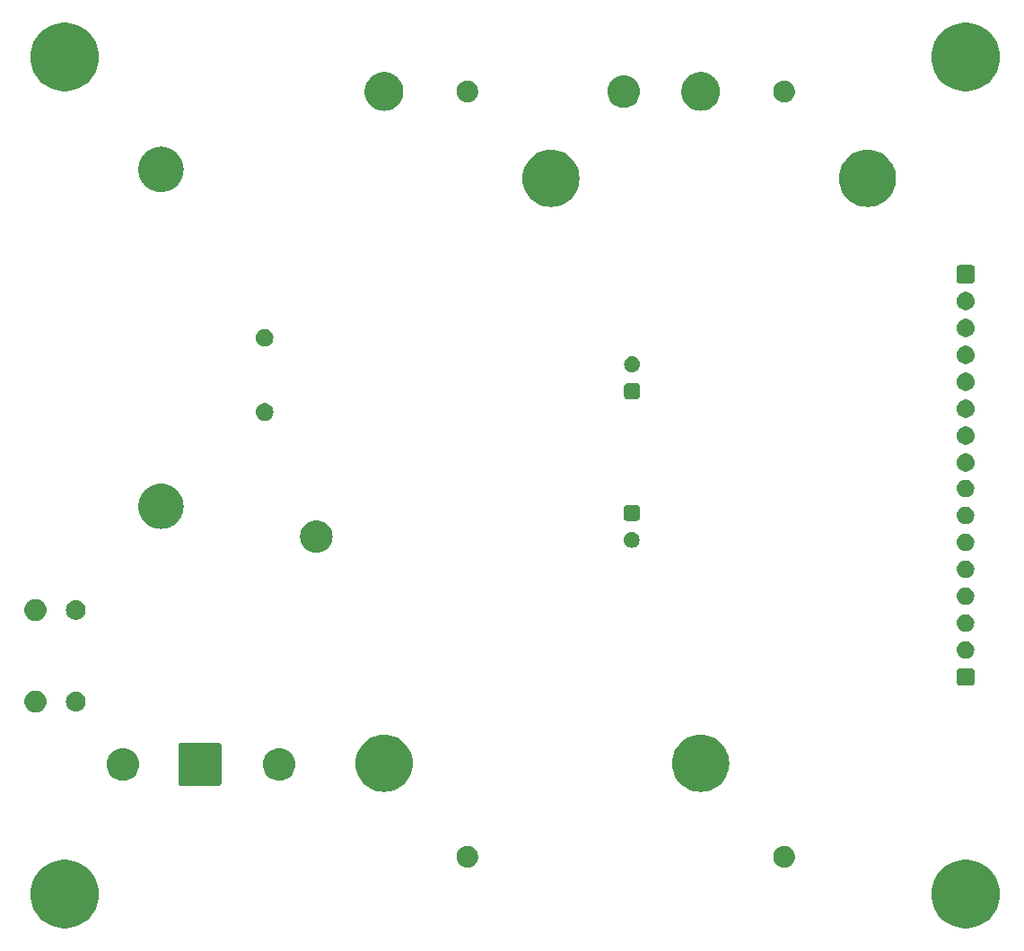
<source format=gbr>
%TF.GenerationSoftware,KiCad,Pcbnew,8.0.8*%
%TF.CreationDate,2025-03-29T17:39:48+01:00*%
%TF.ProjectId,eps,6570732e-6b69-4636-9164-5f7063625858,rev?*%
%TF.SameCoordinates,PX55d4a80PY8044ea0*%
%TF.FileFunction,Soldermask,Bot*%
%TF.FilePolarity,Negative*%
%FSLAX46Y46*%
G04 Gerber Fmt 4.6, Leading zero omitted, Abs format (unit mm)*
G04 Created by KiCad (PCBNEW 8.0.8) date 2025-03-29 17:39:48*
%MOMM*%
%LPD*%
G01*
G04 APERTURE LIST*
G04 APERTURE END LIST*
G36*
X6023850Y8695344D02*
G01*
X6366257Y8619975D01*
X6698507Y8508027D01*
X7016707Y8360812D01*
X7317124Y8180057D01*
X7596237Y7967881D01*
X7850773Y7726771D01*
X8077749Y7459554D01*
X8274504Y7169363D01*
X8438729Y6859601D01*
X8568501Y6533898D01*
X8662297Y6196074D01*
X8719019Y5850089D01*
X8738000Y5500000D01*
X8719019Y5149911D01*
X8662297Y4803926D01*
X8568501Y4466102D01*
X8438729Y4140399D01*
X8274504Y3830637D01*
X8077749Y3540446D01*
X7850773Y3273229D01*
X7596237Y3032119D01*
X7317124Y2819943D01*
X7016707Y2639188D01*
X6698507Y2491973D01*
X6366257Y2380025D01*
X6023850Y2304656D01*
X5675302Y2266749D01*
X5324698Y2266749D01*
X4976150Y2304656D01*
X4633743Y2380025D01*
X4301493Y2491973D01*
X3983293Y2639188D01*
X3682876Y2819943D01*
X3403763Y3032119D01*
X3149227Y3273229D01*
X2922251Y3540446D01*
X2725496Y3830637D01*
X2561271Y4140399D01*
X2431499Y4466102D01*
X2337703Y4803926D01*
X2280981Y5149911D01*
X2262000Y5500000D01*
X2280981Y5850089D01*
X2337703Y6196074D01*
X2431499Y6533898D01*
X2561271Y6859601D01*
X2725496Y7169363D01*
X2922251Y7459554D01*
X3149227Y7726771D01*
X3403763Y7967881D01*
X3682876Y8180057D01*
X3983293Y8360812D01*
X4301493Y8508027D01*
X4633743Y8619975D01*
X4976150Y8695344D01*
X5324698Y8733251D01*
X5675302Y8733251D01*
X6023850Y8695344D01*
G37*
G36*
X91023850Y8695344D02*
G01*
X91366257Y8619975D01*
X91698507Y8508027D01*
X92016707Y8360812D01*
X92317124Y8180057D01*
X92596237Y7967881D01*
X92850773Y7726771D01*
X93077749Y7459554D01*
X93274504Y7169363D01*
X93438729Y6859601D01*
X93568501Y6533898D01*
X93662297Y6196074D01*
X93719019Y5850089D01*
X93738000Y5500000D01*
X93719019Y5149911D01*
X93662297Y4803926D01*
X93568501Y4466102D01*
X93438729Y4140399D01*
X93274504Y3830637D01*
X93077749Y3540446D01*
X92850773Y3273229D01*
X92596237Y3032119D01*
X92317124Y2819943D01*
X92016707Y2639188D01*
X91698507Y2491973D01*
X91366257Y2380025D01*
X91023850Y2304656D01*
X90675302Y2266749D01*
X90324698Y2266749D01*
X89976150Y2304656D01*
X89633743Y2380025D01*
X89301493Y2491973D01*
X88983293Y2639188D01*
X88682876Y2819943D01*
X88403763Y3032119D01*
X88149227Y3273229D01*
X87922251Y3540446D01*
X87725496Y3830637D01*
X87561271Y4140399D01*
X87431499Y4466102D01*
X87337703Y4803926D01*
X87280981Y5149911D01*
X87262000Y5500000D01*
X87280981Y5850089D01*
X87337703Y6196074D01*
X87431499Y6533898D01*
X87561271Y6859601D01*
X87725496Y7169363D01*
X87922251Y7459554D01*
X88149227Y7726771D01*
X88403763Y7967881D01*
X88682876Y8180057D01*
X88983293Y8360812D01*
X89301493Y8508027D01*
X89633743Y8619975D01*
X89976150Y8695344D01*
X90324698Y8733251D01*
X90675302Y8733251D01*
X91023850Y8695344D01*
G37*
G36*
X43547232Y10053348D02*
G01*
X43594827Y10053348D01*
X43647834Y10043440D01*
X43700553Y10038247D01*
X43740600Y10026099D01*
X43781251Y10018500D01*
X43837550Y9996690D01*
X43893399Y9979748D01*
X43925310Y9962691D01*
X43958098Y9949989D01*
X44015064Y9914717D01*
X44071126Y9884751D01*
X44094683Y9865419D01*
X44119350Y9850145D01*
X44174004Y9800322D01*
X44226906Y9756906D01*
X44242582Y9737805D01*
X44259502Y9722380D01*
X44308627Y9657328D01*
X44354751Y9601126D01*
X44363669Y9584442D01*
X44373794Y9571034D01*
X44414074Y9490140D01*
X44449748Y9423399D01*
X44453552Y9410856D01*
X44458331Y9401260D01*
X44486559Y9302046D01*
X44508247Y9230553D01*
X44508959Y9223321D01*
X44510233Y9218844D01*
X44523471Y9075978D01*
X44528000Y9030000D01*
X44523471Y8984019D01*
X44510233Y8841157D01*
X44508959Y8836682D01*
X44508247Y8829447D01*
X44486555Y8757940D01*
X44458331Y8658741D01*
X44453553Y8649147D01*
X44449748Y8636601D01*
X44414067Y8569847D01*
X44373794Y8488967D01*
X44363670Y8475562D01*
X44354751Y8458874D01*
X44308617Y8402661D01*
X44259502Y8337621D01*
X44242585Y8322200D01*
X44226906Y8303094D01*
X44173993Y8259670D01*
X44119350Y8209856D01*
X44094688Y8194586D01*
X44071126Y8175249D01*
X44015052Y8145278D01*
X43958098Y8110012D01*
X43925317Y8097313D01*
X43893399Y8080252D01*
X43837538Y8063308D01*
X43781251Y8041501D01*
X43740607Y8033904D01*
X43700553Y8021753D01*
X43647831Y8016561D01*
X43594827Y8006652D01*
X43547232Y8006652D01*
X43500000Y8002000D01*
X43452768Y8006652D01*
X43405173Y8006652D01*
X43352168Y8016561D01*
X43299447Y8021753D01*
X43259393Y8033903D01*
X43218748Y8041501D01*
X43162456Y8063309D01*
X43106601Y8080252D01*
X43074685Y8097312D01*
X43041901Y8110012D01*
X42984939Y8145282D01*
X42928874Y8175249D01*
X42905315Y8194584D01*
X42880649Y8209856D01*
X42825996Y8259679D01*
X42773094Y8303094D01*
X42757417Y8322197D01*
X42740497Y8337621D01*
X42691369Y8402676D01*
X42645249Y8458874D01*
X42636331Y8475558D01*
X42626205Y8488967D01*
X42585918Y8569875D01*
X42550252Y8636601D01*
X42546447Y8649142D01*
X42541668Y8658741D01*
X42513428Y8757993D01*
X42491753Y8829447D01*
X42491041Y8836676D01*
X42489766Y8841157D01*
X42476511Y8984190D01*
X42472000Y9030000D01*
X42476511Y9075807D01*
X42489766Y9218844D01*
X42491041Y9223326D01*
X42491753Y9230553D01*
X42513423Y9301993D01*
X42541668Y9401260D01*
X42546448Y9410861D01*
X42550252Y9423399D01*
X42585910Y9490113D01*
X42626205Y9571034D01*
X42636333Y9584447D01*
X42645249Y9601126D01*
X42691360Y9657313D01*
X42740497Y9722380D01*
X42757420Y9737808D01*
X42773094Y9756906D01*
X42825985Y9800313D01*
X42880649Y9850145D01*
X42905320Y9865421D01*
X42928874Y9884751D01*
X42984928Y9914713D01*
X43041901Y9949989D01*
X43074692Y9962693D01*
X43106601Y9979748D01*
X43162444Y9996688D01*
X43218748Y10018500D01*
X43259400Y10026100D01*
X43299447Y10038247D01*
X43352165Y10043440D01*
X43405173Y10053348D01*
X43452768Y10053348D01*
X43500000Y10058000D01*
X43547232Y10053348D01*
G37*
G36*
X73417232Y10053348D02*
G01*
X73464827Y10053348D01*
X73517834Y10043440D01*
X73570553Y10038247D01*
X73610600Y10026099D01*
X73651251Y10018500D01*
X73707550Y9996690D01*
X73763399Y9979748D01*
X73795310Y9962691D01*
X73828098Y9949989D01*
X73885064Y9914717D01*
X73941126Y9884751D01*
X73964683Y9865419D01*
X73989350Y9850145D01*
X74044004Y9800322D01*
X74096906Y9756906D01*
X74112582Y9737805D01*
X74129502Y9722380D01*
X74178627Y9657328D01*
X74224751Y9601126D01*
X74233669Y9584442D01*
X74243794Y9571034D01*
X74284074Y9490140D01*
X74319748Y9423399D01*
X74323552Y9410856D01*
X74328331Y9401260D01*
X74356559Y9302046D01*
X74378247Y9230553D01*
X74378959Y9223321D01*
X74380233Y9218844D01*
X74393471Y9075978D01*
X74398000Y9030000D01*
X74393471Y8984019D01*
X74380233Y8841157D01*
X74378959Y8836682D01*
X74378247Y8829447D01*
X74356555Y8757940D01*
X74328331Y8658741D01*
X74323553Y8649147D01*
X74319748Y8636601D01*
X74284067Y8569847D01*
X74243794Y8488967D01*
X74233670Y8475562D01*
X74224751Y8458874D01*
X74178617Y8402661D01*
X74129502Y8337621D01*
X74112585Y8322200D01*
X74096906Y8303094D01*
X74043993Y8259670D01*
X73989350Y8209856D01*
X73964688Y8194586D01*
X73941126Y8175249D01*
X73885052Y8145278D01*
X73828098Y8110012D01*
X73795317Y8097313D01*
X73763399Y8080252D01*
X73707538Y8063308D01*
X73651251Y8041501D01*
X73610607Y8033904D01*
X73570553Y8021753D01*
X73517831Y8016561D01*
X73464827Y8006652D01*
X73417232Y8006652D01*
X73370000Y8002000D01*
X73322768Y8006652D01*
X73275173Y8006652D01*
X73222168Y8016561D01*
X73169447Y8021753D01*
X73129393Y8033903D01*
X73088748Y8041501D01*
X73032456Y8063309D01*
X72976601Y8080252D01*
X72944685Y8097312D01*
X72911901Y8110012D01*
X72854939Y8145282D01*
X72798874Y8175249D01*
X72775315Y8194584D01*
X72750649Y8209856D01*
X72695996Y8259679D01*
X72643094Y8303094D01*
X72627417Y8322197D01*
X72610497Y8337621D01*
X72561369Y8402676D01*
X72515249Y8458874D01*
X72506331Y8475558D01*
X72496205Y8488967D01*
X72455918Y8569875D01*
X72420252Y8636601D01*
X72416447Y8649142D01*
X72411668Y8658741D01*
X72383428Y8757993D01*
X72361753Y8829447D01*
X72361041Y8836676D01*
X72359766Y8841157D01*
X72346511Y8984190D01*
X72342000Y9030000D01*
X72346511Y9075807D01*
X72359766Y9218844D01*
X72361041Y9223326D01*
X72361753Y9230553D01*
X72383423Y9301993D01*
X72411668Y9401260D01*
X72416448Y9410861D01*
X72420252Y9423399D01*
X72455910Y9490113D01*
X72496205Y9571034D01*
X72506333Y9584447D01*
X72515249Y9601126D01*
X72561360Y9657313D01*
X72610497Y9722380D01*
X72627420Y9737808D01*
X72643094Y9756906D01*
X72695985Y9800313D01*
X72750649Y9850145D01*
X72775320Y9865421D01*
X72798874Y9884751D01*
X72854928Y9914713D01*
X72911901Y9949989D01*
X72944692Y9962693D01*
X72976601Y9979748D01*
X73032444Y9996688D01*
X73088748Y10018500D01*
X73129400Y10026100D01*
X73169447Y10038247D01*
X73222165Y10043440D01*
X73275173Y10053348D01*
X73322768Y10053348D01*
X73370000Y10058000D01*
X73417232Y10053348D01*
G37*
G36*
X35955509Y20530810D02*
G01*
X36276272Y20472028D01*
X36587610Y20375011D01*
X36884985Y20241174D01*
X37164059Y20072468D01*
X37420763Y19871353D01*
X37651353Y19640763D01*
X37852468Y19384059D01*
X38021174Y19104985D01*
X38155011Y18807610D01*
X38252028Y18496272D01*
X38310810Y18175509D01*
X38330500Y17850000D01*
X38310810Y17524491D01*
X38252028Y17203728D01*
X38155011Y16892390D01*
X38021174Y16595015D01*
X37852468Y16315941D01*
X37651353Y16059237D01*
X37420763Y15828647D01*
X37164059Y15627532D01*
X36884985Y15458826D01*
X36587610Y15324989D01*
X36276272Y15227972D01*
X35955509Y15169190D01*
X35630000Y15149500D01*
X35304491Y15169190D01*
X34983728Y15227972D01*
X34672390Y15324989D01*
X34375015Y15458826D01*
X34095941Y15627532D01*
X33839237Y15828647D01*
X33608647Y16059237D01*
X33407532Y16315941D01*
X33238826Y16595015D01*
X33104989Y16892390D01*
X33007972Y17203728D01*
X32949190Y17524491D01*
X32929500Y17850000D01*
X32949190Y18175509D01*
X33007972Y18496272D01*
X33104989Y18807610D01*
X33238826Y19104985D01*
X33407532Y19384059D01*
X33608647Y19640763D01*
X33839237Y19871353D01*
X34095941Y20072468D01*
X34375015Y20241174D01*
X34672390Y20375011D01*
X34983728Y20472028D01*
X35304491Y20530810D01*
X35630000Y20550500D01*
X35955509Y20530810D01*
G37*
G36*
X65825509Y20530810D02*
G01*
X66146272Y20472028D01*
X66457610Y20375011D01*
X66754985Y20241174D01*
X67034059Y20072468D01*
X67290763Y19871353D01*
X67521353Y19640763D01*
X67722468Y19384059D01*
X67891174Y19104985D01*
X68025011Y18807610D01*
X68122028Y18496272D01*
X68180810Y18175509D01*
X68200500Y17850000D01*
X68180810Y17524491D01*
X68122028Y17203728D01*
X68025011Y16892390D01*
X67891174Y16595015D01*
X67722468Y16315941D01*
X67521353Y16059237D01*
X67290763Y15828647D01*
X67034059Y15627532D01*
X66754985Y15458826D01*
X66457610Y15324989D01*
X66146272Y15227972D01*
X65825509Y15169190D01*
X65500000Y15149500D01*
X65174491Y15169190D01*
X64853728Y15227972D01*
X64542390Y15324989D01*
X64245015Y15458826D01*
X63965941Y15627532D01*
X63709237Y15828647D01*
X63478647Y16059237D01*
X63277532Y16315941D01*
X63108826Y16595015D01*
X62974989Y16892390D01*
X62877972Y17203728D01*
X62819190Y17524491D01*
X62799500Y17850000D01*
X62819190Y18175509D01*
X62877972Y18496272D01*
X62974989Y18807610D01*
X63108826Y19104985D01*
X63277532Y19384059D01*
X63478647Y19640763D01*
X63709237Y19871353D01*
X63965941Y20072468D01*
X64245015Y20241174D01*
X64542390Y20375011D01*
X64853728Y20472028D01*
X65174491Y20530810D01*
X65500000Y20550500D01*
X65825509Y20530810D01*
G37*
G36*
X20065938Y19780350D02*
G01*
X20074782Y19776445D01*
X20081336Y19775490D01*
X20122310Y19755459D01*
X20162759Y19737599D01*
X20166503Y19733855D01*
X20166848Y19733686D01*
X20233685Y19666849D01*
X20233853Y19666505D01*
X20237599Y19662759D01*
X20255463Y19622300D01*
X20275489Y19581337D01*
X20276443Y19574786D01*
X20280350Y19565938D01*
X20288000Y19500000D01*
X20288000Y16000000D01*
X20280350Y15934062D01*
X20276443Y15925215D01*
X20275489Y15918664D01*
X20255468Y15877711D01*
X20237599Y15837241D01*
X20233852Y15833495D01*
X20233685Y15833152D01*
X20166848Y15766315D01*
X20166505Y15766148D01*
X20162759Y15762401D01*
X20122289Y15744532D01*
X20081336Y15724511D01*
X20074785Y15723557D01*
X20065938Y15719650D01*
X20000000Y15712000D01*
X16500000Y15712000D01*
X16434062Y15719650D01*
X16425214Y15723557D01*
X16418663Y15724511D01*
X16377700Y15744537D01*
X16337241Y15762401D01*
X16333495Y15766147D01*
X16333151Y15766315D01*
X16266314Y15833152D01*
X16266145Y15833497D01*
X16262401Y15837241D01*
X16244541Y15877690D01*
X16224510Y15918664D01*
X16223555Y15925218D01*
X16219650Y15934062D01*
X16212000Y16000000D01*
X16212000Y19500000D01*
X16219650Y19565938D01*
X16223554Y19574782D01*
X16224510Y19581337D01*
X16244545Y19622322D01*
X16262401Y19662759D01*
X16266144Y19666503D01*
X16266314Y19666849D01*
X16333151Y19733686D01*
X16333497Y19733856D01*
X16337241Y19737599D01*
X16377678Y19755455D01*
X16418663Y19775490D01*
X16425218Y19776446D01*
X16434062Y19780350D01*
X16500000Y19788000D01*
X20000000Y19788000D01*
X20065938Y19780350D01*
G37*
G36*
X11240596Y19269065D02*
G01*
X11475268Y19212725D01*
X11698237Y19120368D01*
X11904014Y18994268D01*
X12087530Y18837530D01*
X12244268Y18654014D01*
X12370368Y18448237D01*
X12462725Y18225268D01*
X12519065Y17990596D01*
X12538000Y17750000D01*
X12519065Y17509404D01*
X12462725Y17274732D01*
X12370368Y17051763D01*
X12244268Y16845986D01*
X12087530Y16662470D01*
X11904014Y16505732D01*
X11698237Y16379632D01*
X11475268Y16287275D01*
X11240596Y16230935D01*
X11000000Y16212000D01*
X10759404Y16230935D01*
X10524732Y16287275D01*
X10301763Y16379632D01*
X10095986Y16505732D01*
X9912470Y16662470D01*
X9755732Y16845986D01*
X9629632Y17051763D01*
X9537275Y17274732D01*
X9480935Y17509404D01*
X9462000Y17750000D01*
X9480935Y17990596D01*
X9537275Y18225268D01*
X9629632Y18448237D01*
X9755732Y18654014D01*
X9912470Y18837530D01*
X10095986Y18994268D01*
X10301763Y19120368D01*
X10524732Y19212725D01*
X10759404Y19269065D01*
X11000000Y19288000D01*
X11240596Y19269065D01*
G37*
G36*
X25990596Y19269065D02*
G01*
X26225268Y19212725D01*
X26448237Y19120368D01*
X26654014Y18994268D01*
X26837530Y18837530D01*
X26994268Y18654014D01*
X27120368Y18448237D01*
X27212725Y18225268D01*
X27269065Y17990596D01*
X27288000Y17750000D01*
X27269065Y17509404D01*
X27212725Y17274732D01*
X27120368Y17051763D01*
X26994268Y16845986D01*
X26837530Y16662470D01*
X26654014Y16505732D01*
X26448237Y16379632D01*
X26225268Y16287275D01*
X25990596Y16230935D01*
X25750000Y16212000D01*
X25509404Y16230935D01*
X25274732Y16287275D01*
X25051763Y16379632D01*
X24845986Y16505732D01*
X24662470Y16662470D01*
X24505732Y16845986D01*
X24379632Y17051763D01*
X24287275Y17274732D01*
X24230935Y17509404D01*
X24212000Y17750000D01*
X24230935Y17990596D01*
X24287275Y18225268D01*
X24379632Y18448237D01*
X24505732Y18654014D01*
X24662470Y18837530D01*
X24845986Y18994268D01*
X25051763Y19120368D01*
X25274732Y19212725D01*
X25509404Y19269065D01*
X25750000Y19288000D01*
X25990596Y19269065D01*
G37*
G36*
X2797882Y24718284D02*
G01*
X2846211Y24718284D01*
X2900033Y24708223D01*
X2953479Y24702959D01*
X2994080Y24690643D01*
X3035356Y24682927D01*
X3092521Y24660781D01*
X3149139Y24643606D01*
X3181490Y24626314D01*
X3214786Y24613415D01*
X3272635Y24577597D01*
X3329460Y24547223D01*
X3353334Y24527630D01*
X3378388Y24512117D01*
X3433911Y24461501D01*
X3487512Y24417512D01*
X3503392Y24398162D01*
X3520588Y24382486D01*
X3570495Y24316398D01*
X3617223Y24259460D01*
X3626260Y24242552D01*
X3636547Y24228930D01*
X3677477Y24146731D01*
X3713606Y24079139D01*
X3717458Y24066440D01*
X3722319Y24056678D01*
X3751029Y23955772D01*
X3772959Y23883479D01*
X3773679Y23876164D01*
X3774978Y23871600D01*
X3788472Y23725970D01*
X3793000Y23680000D01*
X3788471Y23634027D01*
X3774978Y23488401D01*
X3773679Y23483838D01*
X3772959Y23476521D01*
X3751024Y23404214D01*
X3722319Y23303323D01*
X3717459Y23293564D01*
X3713606Y23280861D01*
X3677470Y23213257D01*
X3636547Y23131071D01*
X3626262Y23117453D01*
X3617223Y23100540D01*
X3570486Y23043592D01*
X3520588Y22977515D01*
X3503396Y22961843D01*
X3487512Y22942488D01*
X3433900Y22898491D01*
X3378388Y22847884D01*
X3353339Y22832375D01*
X3329460Y22812777D01*
X3272623Y22782398D01*
X3214786Y22746586D01*
X3181497Y22733690D01*
X3149139Y22716394D01*
X3092510Y22699216D01*
X3035356Y22677074D01*
X2994086Y22669360D01*
X2953479Y22657041D01*
X2900030Y22651777D01*
X2846211Y22641716D01*
X2797882Y22641716D01*
X2750000Y22637000D01*
X2702118Y22641716D01*
X2653789Y22641716D01*
X2599969Y22651777D01*
X2546521Y22657041D01*
X2505914Y22669359D01*
X2464643Y22677074D01*
X2407485Y22699218D01*
X2350861Y22716394D01*
X2318505Y22733689D01*
X2285213Y22746586D01*
X2227369Y22782402D01*
X2170540Y22812777D01*
X2146663Y22832373D01*
X2121611Y22847884D01*
X2066089Y22898499D01*
X2012488Y22942488D01*
X1996606Y22961840D01*
X1979411Y22977515D01*
X1929501Y23043607D01*
X1882777Y23100540D01*
X1873739Y23117448D01*
X1863452Y23131071D01*
X1822514Y23213284D01*
X1786394Y23280861D01*
X1782542Y23293559D01*
X1777680Y23303323D01*
X1748959Y23404267D01*
X1727041Y23476521D01*
X1726320Y23483833D01*
X1725021Y23488401D01*
X1711511Y23634199D01*
X1707000Y23680000D01*
X1711510Y23725799D01*
X1725021Y23871600D01*
X1726321Y23876170D01*
X1727041Y23883479D01*
X1748954Y23955718D01*
X1777680Y24056678D01*
X1782543Y24066445D01*
X1786394Y24079139D01*
X1822507Y24146703D01*
X1863452Y24228930D01*
X1873741Y24242556D01*
X1882777Y24259460D01*
X1929491Y24316382D01*
X1979411Y24382486D01*
X1996610Y24398165D01*
X2012488Y24417512D01*
X2066078Y24461493D01*
X2121611Y24512117D01*
X2146668Y24527632D01*
X2170540Y24547223D01*
X2227357Y24577593D01*
X2285213Y24613415D01*
X2318511Y24626316D01*
X2350861Y24643606D01*
X2407473Y24660780D01*
X2464643Y24682927D01*
X2505920Y24690644D01*
X2546521Y24702959D01*
X2599966Y24708223D01*
X2653789Y24718284D01*
X2702118Y24718284D01*
X2750000Y24723000D01*
X2797882Y24718284D01*
G37*
G36*
X6599102Y24612862D02*
G01*
X6648048Y24612862D01*
X6690308Y24603880D01*
X6732934Y24599681D01*
X6786491Y24583435D01*
X6839858Y24572091D01*
X6874005Y24556888D01*
X6908842Y24546320D01*
X6964201Y24516730D01*
X7019000Y24492332D01*
X7044477Y24473822D01*
X7070957Y24459668D01*
X7124969Y24415342D01*
X7177645Y24377070D01*
X7194749Y24358074D01*
X7213052Y24343053D01*
X7262239Y24283118D01*
X7308858Y24231343D01*
X7318651Y24214381D01*
X7329667Y24200958D01*
X7370417Y24124719D01*
X7406906Y24061519D01*
X7411103Y24048602D01*
X7416319Y24038843D01*
X7445083Y23944021D01*
X7467502Y23875021D01*
X7468291Y23867514D01*
X7469680Y23862935D01*
X7483187Y23725784D01*
X7488000Y23680000D01*
X7483187Y23634213D01*
X7469680Y23497066D01*
X7468291Y23492488D01*
X7467502Y23484979D01*
X7445078Y23415966D01*
X7416319Y23321158D01*
X7411104Y23311402D01*
X7406906Y23298481D01*
X7370410Y23235270D01*
X7329667Y23159043D01*
X7318653Y23145623D01*
X7308858Y23128657D01*
X7262230Y23076872D01*
X7213052Y23016948D01*
X7194752Y23001931D01*
X7177645Y22982930D01*
X7124958Y22944652D01*
X7070957Y22900333D01*
X7044482Y22886183D01*
X7019000Y22867668D01*
X6964190Y22843266D01*
X6908842Y22813681D01*
X6874013Y22803116D01*
X6839858Y22787909D01*
X6786480Y22776564D01*
X6732934Y22760320D01*
X6690317Y22756123D01*
X6648048Y22747138D01*
X6599092Y22747138D01*
X6550000Y22742303D01*
X6500908Y22747138D01*
X6451952Y22747138D01*
X6409683Y22756123D01*
X6367065Y22760320D01*
X6313516Y22776564D01*
X6260142Y22787909D01*
X6225989Y22803115D01*
X6191157Y22813681D01*
X6135803Y22843268D01*
X6081000Y22867668D01*
X6055519Y22886181D01*
X6029042Y22900333D01*
X5975032Y22944658D01*
X5922355Y22982930D01*
X5905250Y23001927D01*
X5886947Y23016948D01*
X5837758Y23076885D01*
X5791142Y23128657D01*
X5781349Y23145619D01*
X5770332Y23159043D01*
X5729575Y23235293D01*
X5693094Y23298481D01*
X5688897Y23311397D01*
X5683680Y23321158D01*
X5654906Y23416013D01*
X5632498Y23484979D01*
X5631709Y23492483D01*
X5630319Y23497066D01*
X5616796Y23634364D01*
X5612000Y23680000D01*
X5616796Y23725633D01*
X5630319Y23862935D01*
X5631709Y23867519D01*
X5632498Y23875021D01*
X5654901Y23943974D01*
X5683680Y24038843D01*
X5688898Y24048606D01*
X5693094Y24061519D01*
X5729568Y24124695D01*
X5770332Y24200958D01*
X5781351Y24214385D01*
X5791142Y24231343D01*
X5837748Y24283106D01*
X5886947Y24343053D01*
X5905253Y24358077D01*
X5922355Y24377070D01*
X5975022Y24415335D01*
X6029042Y24459668D01*
X6055525Y24473824D01*
X6081000Y24492332D01*
X6135792Y24516728D01*
X6191157Y24546320D01*
X6225996Y24556889D01*
X6260142Y24572091D01*
X6313505Y24583434D01*
X6367065Y24599681D01*
X6409692Y24603880D01*
X6451952Y24612862D01*
X6500898Y24612862D01*
X6550000Y24617698D01*
X6599102Y24612862D01*
G37*
G36*
X91103438Y26817850D02*
G01*
X91112282Y26813945D01*
X91118836Y26812990D01*
X91159810Y26792959D01*
X91200259Y26775099D01*
X91204003Y26771355D01*
X91204348Y26771186D01*
X91271185Y26704349D01*
X91271353Y26704005D01*
X91275099Y26700259D01*
X91292963Y26659800D01*
X91312989Y26618837D01*
X91313943Y26612286D01*
X91317850Y26603438D01*
X91325500Y26537500D01*
X91325500Y25462500D01*
X91317850Y25396562D01*
X91313943Y25387715D01*
X91312989Y25381164D01*
X91292968Y25340211D01*
X91275099Y25299741D01*
X91271352Y25295995D01*
X91271185Y25295652D01*
X91204348Y25228815D01*
X91204005Y25228648D01*
X91200259Y25224901D01*
X91159789Y25207032D01*
X91118836Y25187011D01*
X91112285Y25186057D01*
X91103438Y25182150D01*
X91037500Y25174500D01*
X89962500Y25174500D01*
X89896562Y25182150D01*
X89887714Y25186057D01*
X89881163Y25187011D01*
X89840200Y25207037D01*
X89799741Y25224901D01*
X89795995Y25228647D01*
X89795651Y25228815D01*
X89728814Y25295652D01*
X89728645Y25295997D01*
X89724901Y25299741D01*
X89707041Y25340190D01*
X89687010Y25381164D01*
X89686055Y25387718D01*
X89682150Y25396562D01*
X89674500Y25462500D01*
X89674500Y26537500D01*
X89682150Y26603438D01*
X89686054Y26612282D01*
X89687010Y26618837D01*
X89707045Y26659822D01*
X89724901Y26700259D01*
X89728644Y26704003D01*
X89728814Y26704349D01*
X89795651Y26771186D01*
X89795997Y26771356D01*
X89799741Y26775099D01*
X89840178Y26792955D01*
X89881163Y26812990D01*
X89887718Y26813946D01*
X89896562Y26817850D01*
X89962500Y26825500D01*
X91037500Y26825500D01*
X91103438Y26817850D01*
G37*
G36*
X90755094Y29325097D02*
G01*
X90912750Y29254904D01*
X91052367Y29153466D01*
X91167844Y29025217D01*
X91254132Y28875761D01*
X91307461Y28711631D01*
X91325500Y28540000D01*
X91307461Y28368369D01*
X91254132Y28204239D01*
X91167844Y28054783D01*
X91052367Y27926534D01*
X90912750Y27825096D01*
X90755094Y27754903D01*
X90586288Y27719022D01*
X90413712Y27719022D01*
X90244906Y27754903D01*
X90087250Y27825096D01*
X89947633Y27926534D01*
X89832156Y28054783D01*
X89745868Y28204239D01*
X89692539Y28368369D01*
X89674500Y28540000D01*
X89692539Y28711631D01*
X89745868Y28875761D01*
X89832156Y29025217D01*
X89947633Y29153466D01*
X90087250Y29254904D01*
X90244906Y29325097D01*
X90413712Y29360978D01*
X90586288Y29360978D01*
X90755094Y29325097D01*
G37*
G36*
X90755094Y31865097D02*
G01*
X90912750Y31794904D01*
X91052367Y31693466D01*
X91167844Y31565217D01*
X91254132Y31415761D01*
X91307461Y31251631D01*
X91325500Y31080000D01*
X91307461Y30908369D01*
X91254132Y30744239D01*
X91167844Y30594783D01*
X91052367Y30466534D01*
X90912750Y30365096D01*
X90755094Y30294903D01*
X90586288Y30259022D01*
X90413712Y30259022D01*
X90244906Y30294903D01*
X90087250Y30365096D01*
X89947633Y30466534D01*
X89832156Y30594783D01*
X89745868Y30744239D01*
X89692539Y30908369D01*
X89674500Y31080000D01*
X89692539Y31251631D01*
X89745868Y31415761D01*
X89832156Y31565217D01*
X89947633Y31693466D01*
X90087250Y31794904D01*
X90244906Y31865097D01*
X90413712Y31900978D01*
X90586288Y31900978D01*
X90755094Y31865097D01*
G37*
G36*
X2797882Y33358284D02*
G01*
X2846211Y33358284D01*
X2900033Y33348223D01*
X2953479Y33342959D01*
X2994080Y33330643D01*
X3035356Y33322927D01*
X3092521Y33300781D01*
X3149139Y33283606D01*
X3181490Y33266314D01*
X3214786Y33253415D01*
X3272635Y33217597D01*
X3329460Y33187223D01*
X3353334Y33167630D01*
X3378388Y33152117D01*
X3433911Y33101501D01*
X3487512Y33057512D01*
X3503392Y33038162D01*
X3520588Y33022486D01*
X3570495Y32956398D01*
X3617223Y32899460D01*
X3626260Y32882552D01*
X3636547Y32868930D01*
X3677477Y32786731D01*
X3713606Y32719139D01*
X3717458Y32706440D01*
X3722319Y32696678D01*
X3751029Y32595772D01*
X3772959Y32523479D01*
X3773679Y32516164D01*
X3774978Y32511600D01*
X3788472Y32365970D01*
X3793000Y32320000D01*
X3788471Y32274027D01*
X3774978Y32128401D01*
X3773679Y32123838D01*
X3772959Y32116521D01*
X3751024Y32044214D01*
X3722319Y31943323D01*
X3717459Y31933564D01*
X3713606Y31920861D01*
X3677470Y31853257D01*
X3636547Y31771071D01*
X3626262Y31757453D01*
X3617223Y31740540D01*
X3570486Y31683592D01*
X3520588Y31617515D01*
X3503396Y31601843D01*
X3487512Y31582488D01*
X3433900Y31538491D01*
X3378388Y31487884D01*
X3353339Y31472375D01*
X3329460Y31452777D01*
X3272623Y31422398D01*
X3214786Y31386586D01*
X3181497Y31373690D01*
X3149139Y31356394D01*
X3092510Y31339216D01*
X3035356Y31317074D01*
X2994086Y31309360D01*
X2953479Y31297041D01*
X2900030Y31291777D01*
X2846211Y31281716D01*
X2797882Y31281716D01*
X2750000Y31277000D01*
X2702118Y31281716D01*
X2653789Y31281716D01*
X2599969Y31291777D01*
X2546521Y31297041D01*
X2505914Y31309359D01*
X2464643Y31317074D01*
X2407485Y31339218D01*
X2350861Y31356394D01*
X2318505Y31373689D01*
X2285213Y31386586D01*
X2227369Y31422402D01*
X2170540Y31452777D01*
X2146663Y31472373D01*
X2121611Y31487884D01*
X2066089Y31538499D01*
X2012488Y31582488D01*
X1996606Y31601840D01*
X1979411Y31617515D01*
X1929501Y31683607D01*
X1882777Y31740540D01*
X1873739Y31757448D01*
X1863452Y31771071D01*
X1822514Y31853284D01*
X1786394Y31920861D01*
X1782542Y31933559D01*
X1777680Y31943323D01*
X1748959Y32044267D01*
X1727041Y32116521D01*
X1726320Y32123833D01*
X1725021Y32128401D01*
X1711511Y32274199D01*
X1707000Y32320000D01*
X1711510Y32365799D01*
X1725021Y32511600D01*
X1726321Y32516170D01*
X1727041Y32523479D01*
X1748954Y32595718D01*
X1777680Y32696678D01*
X1782543Y32706445D01*
X1786394Y32719139D01*
X1822507Y32786703D01*
X1863452Y32868930D01*
X1873741Y32882556D01*
X1882777Y32899460D01*
X1929491Y32956382D01*
X1979411Y33022486D01*
X1996610Y33038165D01*
X2012488Y33057512D01*
X2066078Y33101493D01*
X2121611Y33152117D01*
X2146668Y33167632D01*
X2170540Y33187223D01*
X2227357Y33217593D01*
X2285213Y33253415D01*
X2318511Y33266316D01*
X2350861Y33283606D01*
X2407473Y33300780D01*
X2464643Y33322927D01*
X2505920Y33330644D01*
X2546521Y33342959D01*
X2599966Y33348223D01*
X2653789Y33358284D01*
X2702118Y33358284D01*
X2750000Y33363000D01*
X2797882Y33358284D01*
G37*
G36*
X6599102Y33252862D02*
G01*
X6648048Y33252862D01*
X6690308Y33243880D01*
X6732934Y33239681D01*
X6786491Y33223435D01*
X6839858Y33212091D01*
X6874005Y33196888D01*
X6908842Y33186320D01*
X6964201Y33156730D01*
X7019000Y33132332D01*
X7044477Y33113822D01*
X7070957Y33099668D01*
X7124969Y33055342D01*
X7177645Y33017070D01*
X7194749Y32998074D01*
X7213052Y32983053D01*
X7262239Y32923118D01*
X7308858Y32871343D01*
X7318651Y32854381D01*
X7329667Y32840958D01*
X7370417Y32764719D01*
X7406906Y32701519D01*
X7411103Y32688602D01*
X7416319Y32678843D01*
X7445083Y32584021D01*
X7467502Y32515021D01*
X7468291Y32507514D01*
X7469680Y32502935D01*
X7483187Y32365784D01*
X7488000Y32320000D01*
X7483187Y32274213D01*
X7469680Y32137066D01*
X7468291Y32132488D01*
X7467502Y32124979D01*
X7445078Y32055966D01*
X7416319Y31961158D01*
X7411104Y31951402D01*
X7406906Y31938481D01*
X7370410Y31875270D01*
X7329667Y31799043D01*
X7318653Y31785623D01*
X7308858Y31768657D01*
X7262230Y31716872D01*
X7213052Y31656948D01*
X7194752Y31641931D01*
X7177645Y31622930D01*
X7124958Y31584652D01*
X7070957Y31540333D01*
X7044482Y31526183D01*
X7019000Y31507668D01*
X6964190Y31483266D01*
X6908842Y31453681D01*
X6874013Y31443116D01*
X6839858Y31427909D01*
X6786480Y31416564D01*
X6732934Y31400320D01*
X6690317Y31396123D01*
X6648048Y31387138D01*
X6599092Y31387138D01*
X6550000Y31382303D01*
X6500908Y31387138D01*
X6451952Y31387138D01*
X6409683Y31396123D01*
X6367065Y31400320D01*
X6313516Y31416564D01*
X6260142Y31427909D01*
X6225989Y31443115D01*
X6191157Y31453681D01*
X6135803Y31483268D01*
X6081000Y31507668D01*
X6055519Y31526181D01*
X6029042Y31540333D01*
X5975032Y31584658D01*
X5922355Y31622930D01*
X5905250Y31641927D01*
X5886947Y31656948D01*
X5837758Y31716885D01*
X5791142Y31768657D01*
X5781349Y31785619D01*
X5770332Y31799043D01*
X5729575Y31875293D01*
X5693094Y31938481D01*
X5688897Y31951397D01*
X5683680Y31961158D01*
X5654906Y32056013D01*
X5632498Y32124979D01*
X5631709Y32132483D01*
X5630319Y32137066D01*
X5616796Y32274364D01*
X5612000Y32320000D01*
X5616796Y32365633D01*
X5630319Y32502935D01*
X5631709Y32507519D01*
X5632498Y32515021D01*
X5654901Y32583974D01*
X5683680Y32678843D01*
X5688898Y32688606D01*
X5693094Y32701519D01*
X5729568Y32764695D01*
X5770332Y32840958D01*
X5781351Y32854385D01*
X5791142Y32871343D01*
X5837748Y32923106D01*
X5886947Y32983053D01*
X5905253Y32998077D01*
X5922355Y33017070D01*
X5975022Y33055335D01*
X6029042Y33099668D01*
X6055525Y33113824D01*
X6081000Y33132332D01*
X6135792Y33156728D01*
X6191157Y33186320D01*
X6225996Y33196889D01*
X6260142Y33212091D01*
X6313505Y33223434D01*
X6367065Y33239681D01*
X6409692Y33243880D01*
X6451952Y33252862D01*
X6500898Y33252862D01*
X6550000Y33257698D01*
X6599102Y33252862D01*
G37*
G36*
X90755094Y34405097D02*
G01*
X90912750Y34334904D01*
X91052367Y34233466D01*
X91167844Y34105217D01*
X91254132Y33955761D01*
X91307461Y33791631D01*
X91325500Y33620000D01*
X91307461Y33448369D01*
X91254132Y33284239D01*
X91167844Y33134783D01*
X91052367Y33006534D01*
X90912750Y32905096D01*
X90755094Y32834903D01*
X90586288Y32799022D01*
X90413712Y32799022D01*
X90244906Y32834903D01*
X90087250Y32905096D01*
X89947633Y33006534D01*
X89832156Y33134783D01*
X89745868Y33284239D01*
X89692539Y33448369D01*
X89674500Y33620000D01*
X89692539Y33791631D01*
X89745868Y33955761D01*
X89832156Y34105217D01*
X89947633Y34233466D01*
X90087250Y34334904D01*
X90244906Y34405097D01*
X90413712Y34440978D01*
X90586288Y34440978D01*
X90755094Y34405097D01*
G37*
G36*
X90755094Y36945097D02*
G01*
X90912750Y36874904D01*
X91052367Y36773466D01*
X91167844Y36645217D01*
X91254132Y36495761D01*
X91307461Y36331631D01*
X91325500Y36160000D01*
X91307461Y35988369D01*
X91254132Y35824239D01*
X91167844Y35674783D01*
X91052367Y35546534D01*
X90912750Y35445096D01*
X90755094Y35374903D01*
X90586288Y35339022D01*
X90413712Y35339022D01*
X90244906Y35374903D01*
X90087250Y35445096D01*
X89947633Y35546534D01*
X89832156Y35674783D01*
X89745868Y35824239D01*
X89692539Y35988369D01*
X89674500Y36160000D01*
X89692539Y36331631D01*
X89745868Y36495761D01*
X89832156Y36645217D01*
X89947633Y36773466D01*
X90087250Y36874904D01*
X90244906Y36945097D01*
X90413712Y36980978D01*
X90586288Y36980978D01*
X90755094Y36945097D01*
G37*
G36*
X29490596Y40769065D02*
G01*
X29725268Y40712725D01*
X29948237Y40620368D01*
X30154014Y40494268D01*
X30337530Y40337530D01*
X30494268Y40154014D01*
X30620368Y39948237D01*
X30712725Y39725268D01*
X30769065Y39490596D01*
X30788000Y39250000D01*
X30769065Y39009404D01*
X30712725Y38774732D01*
X30620368Y38551763D01*
X30494268Y38345986D01*
X30337530Y38162470D01*
X30154014Y38005732D01*
X29948237Y37879632D01*
X29725268Y37787275D01*
X29490596Y37730935D01*
X29250000Y37712000D01*
X29009404Y37730935D01*
X28774732Y37787275D01*
X28551763Y37879632D01*
X28345986Y38005732D01*
X28162470Y38162470D01*
X28005732Y38345986D01*
X27879632Y38551763D01*
X27787275Y38774732D01*
X27730935Y39009404D01*
X27712000Y39250000D01*
X27730935Y39490596D01*
X27787275Y39725268D01*
X27879632Y39948237D01*
X28005732Y40154014D01*
X28162470Y40337530D01*
X28345986Y40494268D01*
X28551763Y40620368D01*
X28774732Y40712725D01*
X29009404Y40769065D01*
X29250000Y40788000D01*
X29490596Y40769065D01*
G37*
G36*
X90755094Y39485097D02*
G01*
X90912750Y39414904D01*
X91052367Y39313466D01*
X91167844Y39185217D01*
X91254132Y39035761D01*
X91307461Y38871631D01*
X91325500Y38700000D01*
X91307461Y38528369D01*
X91254132Y38364239D01*
X91167844Y38214783D01*
X91052367Y38086534D01*
X90912750Y37985096D01*
X90755094Y37914903D01*
X90586288Y37879022D01*
X90413712Y37879022D01*
X90244906Y37914903D01*
X90087250Y37985096D01*
X89947633Y38086534D01*
X89832156Y38214783D01*
X89745868Y38364239D01*
X89692539Y38528369D01*
X89674500Y38700000D01*
X89692539Y38871631D01*
X89745868Y39035761D01*
X89832156Y39185217D01*
X89947633Y39313466D01*
X90087250Y39414904D01*
X90244906Y39485097D01*
X90413712Y39520978D01*
X90586288Y39520978D01*
X90755094Y39485097D01*
G37*
G36*
X59166001Y39652296D02*
G01*
X59323677Y39597123D01*
X59465123Y39508246D01*
X59583246Y39390123D01*
X59672123Y39248677D01*
X59727296Y39091001D01*
X59746000Y38925000D01*
X59727296Y38758999D01*
X59672123Y38601323D01*
X59583246Y38459877D01*
X59465123Y38341754D01*
X59323677Y38252877D01*
X59166001Y38197704D01*
X59000000Y38179000D01*
X58833999Y38197704D01*
X58676323Y38252877D01*
X58534877Y38341754D01*
X58416754Y38459877D01*
X58327877Y38601323D01*
X58272704Y38758999D01*
X58254000Y38925000D01*
X58272704Y39091001D01*
X58327877Y39248677D01*
X58416754Y39390123D01*
X58534877Y39508246D01*
X58676323Y39597123D01*
X58833999Y39652296D01*
X59000000Y39671000D01*
X59166001Y39652296D01*
G37*
G36*
X14660507Y44232016D02*
G01*
X14732402Y44232016D01*
X14797947Y44223008D01*
X14865547Y44218576D01*
X14944626Y44202847D01*
X15021489Y44192282D01*
X15079610Y44175998D01*
X15139820Y44164021D01*
X15222386Y44135994D01*
X15302473Y44113554D01*
X15352489Y44091829D01*
X15404622Y44074132D01*
X15488787Y44032627D01*
X15570119Y43997299D01*
X15611703Y43972011D01*
X15655435Y43950445D01*
X15739133Y43894520D01*
X15819443Y43845682D01*
X15852625Y43818686D01*
X15887954Y43795080D01*
X15968958Y43724042D01*
X16045799Y43661527D01*
X16070942Y43634606D01*
X16098200Y43610701D01*
X16174136Y43524112D01*
X16244971Y43448266D01*
X16262797Y43423013D01*
X16282579Y43400455D01*
X16350986Y43298077D01*
X16413249Y43209870D01*
X16424733Y43187706D01*
X16437944Y43167935D01*
X16496418Y43049361D01*
X16547498Y42950782D01*
X16553859Y42932882D01*
X16561631Y42917123D01*
X16607857Y42780945D01*
X16645217Y42675825D01*
X16647861Y42663098D01*
X16651520Y42652321D01*
X16683238Y42492857D01*
X16704587Y42390124D01*
X16705066Y42383121D01*
X16706075Y42378048D01*
X16721286Y42145976D01*
X16724500Y42099000D01*
X16721286Y42052021D01*
X16706075Y41819953D01*
X16705066Y41814882D01*
X16704587Y41807876D01*
X16683234Y41705122D01*
X16651520Y41545680D01*
X16647862Y41534906D01*
X16645217Y41522175D01*
X16607850Y41417034D01*
X16561631Y41280878D01*
X16553861Y41265123D01*
X16547498Y41247218D01*
X16496413Y41148630D01*
X16437944Y41030065D01*
X16424733Y41010295D01*
X16413249Y40988130D01*
X16350979Y40899915D01*
X16282579Y40797546D01*
X16262800Y40774993D01*
X16244971Y40749734D01*
X16174122Y40673874D01*
X16098200Y40587300D01*
X16070947Y40563401D01*
X16045799Y40536473D01*
X15968943Y40473946D01*
X15887954Y40402921D01*
X15852632Y40379321D01*
X15819443Y40352318D01*
X15739116Y40303471D01*
X15655435Y40247556D01*
X15611712Y40225995D01*
X15570119Y40200701D01*
X15488770Y40165367D01*
X15404622Y40123869D01*
X15352500Y40106176D01*
X15302473Y40084446D01*
X15222369Y40062003D01*
X15139820Y40033980D01*
X15079622Y40022007D01*
X15021489Y40005718D01*
X14944610Y39995152D01*
X14865547Y39979425D01*
X14797961Y39974995D01*
X14732402Y39965984D01*
X14660491Y39965984D01*
X14586500Y39961134D01*
X14512508Y39965984D01*
X14440598Y39965984D01*
X14375039Y39974995D01*
X14307452Y39979425D01*
X14228386Y39995152D01*
X14151511Y40005718D01*
X14093379Y40022006D01*
X14033179Y40033980D01*
X13950624Y40062004D01*
X13870527Y40084446D01*
X13820503Y40106175D01*
X13768377Y40123869D01*
X13684220Y40165371D01*
X13602881Y40200701D01*
X13561291Y40225992D01*
X13517564Y40247556D01*
X13433872Y40303478D01*
X13353557Y40352318D01*
X13320371Y40379317D01*
X13285045Y40402921D01*
X13204043Y40473958D01*
X13127201Y40536473D01*
X13102057Y40563396D01*
X13074799Y40587300D01*
X12998861Y40673891D01*
X12928029Y40749734D01*
X12910203Y40774988D01*
X12890420Y40797546D01*
X12822001Y40899941D01*
X12759751Y40988130D01*
X12748269Y41010289D01*
X12735055Y41030065D01*
X12676565Y41148670D01*
X12625502Y41247218D01*
X12619141Y41265115D01*
X12611368Y41280878D01*
X12565127Y41417097D01*
X12527783Y41522175D01*
X12525139Y41534898D01*
X12521479Y41545680D01*
X12489742Y41705234D01*
X12468413Y41807876D01*
X12467934Y41814874D01*
X12466924Y41819953D01*
X12451689Y42052372D01*
X12448500Y42099000D01*
X12451689Y42145626D01*
X12466924Y42378048D01*
X12467934Y42383129D01*
X12468413Y42390124D01*
X12489737Y42492744D01*
X12521479Y42652321D01*
X12525139Y42663106D01*
X12527783Y42675825D01*
X12565119Y42780883D01*
X12611368Y42917123D01*
X12619142Y42932889D01*
X12625502Y42950782D01*
X12676560Y43049321D01*
X12735055Y43167935D01*
X12748269Y43187713D01*
X12759751Y43209870D01*
X12821994Y43298050D01*
X12890420Y43400455D01*
X12910207Y43423019D01*
X12928029Y43448266D01*
X12998847Y43524094D01*
X13074799Y43610701D01*
X13102062Y43634611D01*
X13127201Y43661527D01*
X13204027Y43724031D01*
X13285045Y43795080D01*
X13320377Y43818689D01*
X13353557Y43845682D01*
X13433862Y43894518D01*
X13517565Y43950445D01*
X13561297Y43972012D01*
X13602881Y43997299D01*
X13684206Y44032624D01*
X13768377Y44074132D01*
X13820513Y44091831D01*
X13870527Y44113554D01*
X13950607Y44135992D01*
X14033179Y44164021D01*
X14093392Y44175998D01*
X14151511Y44192282D01*
X14228370Y44202847D01*
X14307452Y44218576D01*
X14375053Y44223008D01*
X14440598Y44232016D01*
X14512493Y44232016D01*
X14586500Y44236867D01*
X14660507Y44232016D01*
G37*
G36*
X90755094Y42025097D02*
G01*
X90912750Y41954904D01*
X91052367Y41853466D01*
X91167844Y41725217D01*
X91254132Y41575761D01*
X91307461Y41411631D01*
X91325500Y41240000D01*
X91307461Y41068369D01*
X91254132Y40904239D01*
X91167844Y40754783D01*
X91052367Y40626534D01*
X90912750Y40525096D01*
X90755094Y40454903D01*
X90586288Y40419022D01*
X90413712Y40419022D01*
X90244906Y40454903D01*
X90087250Y40525096D01*
X89947633Y40626534D01*
X89832156Y40754783D01*
X89745868Y40904239D01*
X89692539Y41068369D01*
X89674500Y41240000D01*
X89692539Y41411631D01*
X89745868Y41575761D01*
X89832156Y41725217D01*
X89947633Y41853466D01*
X90087250Y41954904D01*
X90244906Y42025097D01*
X90413712Y42060978D01*
X90586288Y42060978D01*
X90755094Y42025097D01*
G37*
G36*
X59523938Y42203350D02*
G01*
X59532782Y42199445D01*
X59539336Y42198490D01*
X59580310Y42178459D01*
X59620759Y42160599D01*
X59624503Y42156855D01*
X59624848Y42156686D01*
X59691685Y42089849D01*
X59691853Y42089505D01*
X59695599Y42085759D01*
X59713463Y42045300D01*
X59733489Y42004337D01*
X59734443Y41997786D01*
X59738350Y41988938D01*
X59746000Y41923000D01*
X59746000Y41007000D01*
X59738350Y40941062D01*
X59734443Y40932215D01*
X59733489Y40925664D01*
X59713468Y40884711D01*
X59695599Y40844241D01*
X59691852Y40840495D01*
X59691685Y40840152D01*
X59624848Y40773315D01*
X59624505Y40773148D01*
X59620759Y40769401D01*
X59580289Y40751532D01*
X59539336Y40731511D01*
X59532785Y40730557D01*
X59523938Y40726650D01*
X59458000Y40719000D01*
X58542000Y40719000D01*
X58476062Y40726650D01*
X58467214Y40730557D01*
X58460663Y40731511D01*
X58419700Y40751537D01*
X58379241Y40769401D01*
X58375495Y40773147D01*
X58375151Y40773315D01*
X58308314Y40840152D01*
X58308145Y40840497D01*
X58304401Y40844241D01*
X58286541Y40884690D01*
X58266510Y40925664D01*
X58265555Y40932218D01*
X58261650Y40941062D01*
X58254000Y41007000D01*
X58254000Y41923000D01*
X58261650Y41988938D01*
X58265554Y41997782D01*
X58266510Y42004337D01*
X58286545Y42045322D01*
X58304401Y42085759D01*
X58308144Y42089503D01*
X58308314Y42089849D01*
X58375151Y42156686D01*
X58375497Y42156856D01*
X58379241Y42160599D01*
X58419678Y42178455D01*
X58460663Y42198490D01*
X58467218Y42199446D01*
X58476062Y42203350D01*
X58542000Y42211000D01*
X59458000Y42211000D01*
X59523938Y42203350D01*
G37*
G36*
X90755094Y44565097D02*
G01*
X90912750Y44494904D01*
X91052367Y44393466D01*
X91167844Y44265217D01*
X91254132Y44115761D01*
X91307461Y43951631D01*
X91325500Y43780000D01*
X91307461Y43608369D01*
X91254132Y43444239D01*
X91167844Y43294783D01*
X91052367Y43166534D01*
X90912750Y43065096D01*
X90755094Y42994903D01*
X90586288Y42959022D01*
X90413712Y42959022D01*
X90244906Y42994903D01*
X90087250Y43065096D01*
X89947633Y43166534D01*
X89832156Y43294783D01*
X89745868Y43444239D01*
X89692539Y43608369D01*
X89674500Y43780000D01*
X89692539Y43951631D01*
X89745868Y44115761D01*
X89832156Y44265217D01*
X89947633Y44393466D01*
X90087250Y44494904D01*
X90244906Y44565097D01*
X90413712Y44600978D01*
X90586288Y44600978D01*
X90755094Y44565097D01*
G37*
G36*
X90766682Y47040762D02*
G01*
X90931500Y46967380D01*
X91077460Y46861334D01*
X91198182Y46727259D01*
X91288390Y46571014D01*
X91344141Y46399428D01*
X91363000Y46220000D01*
X91344141Y46040572D01*
X91288390Y45868986D01*
X91198182Y45712741D01*
X91077460Y45578666D01*
X90931500Y45472620D01*
X90766682Y45399238D01*
X90590208Y45361728D01*
X90409792Y45361728D01*
X90233318Y45399238D01*
X90068500Y45472620D01*
X89922540Y45578666D01*
X89801818Y45712741D01*
X89711610Y45868986D01*
X89655859Y46040572D01*
X89637000Y46220000D01*
X89655859Y46399428D01*
X89711610Y46571014D01*
X89801818Y46727259D01*
X89922540Y46861334D01*
X90068500Y46967380D01*
X90233318Y47040762D01*
X90409792Y47078272D01*
X90590208Y47078272D01*
X90766682Y47040762D01*
G37*
G36*
X90766682Y49580762D02*
G01*
X90931500Y49507380D01*
X91077460Y49401334D01*
X91198182Y49267259D01*
X91288390Y49111014D01*
X91344141Y48939428D01*
X91363000Y48760000D01*
X91344141Y48580572D01*
X91288390Y48408986D01*
X91198182Y48252741D01*
X91077460Y48118666D01*
X90931500Y48012620D01*
X90766682Y47939238D01*
X90590208Y47901728D01*
X90409792Y47901728D01*
X90233318Y47939238D01*
X90068500Y48012620D01*
X89922540Y48118666D01*
X89801818Y48252741D01*
X89711610Y48408986D01*
X89655859Y48580572D01*
X89637000Y48760000D01*
X89655859Y48939428D01*
X89711610Y49111014D01*
X89801818Y49267259D01*
X89922540Y49401334D01*
X90068500Y49507380D01*
X90233318Y49580762D01*
X90409792Y49618272D01*
X90590208Y49618272D01*
X90766682Y49580762D01*
G37*
G36*
X24622456Y51796985D02*
G01*
X24782500Y51725729D01*
X24924231Y51622755D01*
X25041456Y51492564D01*
X25129051Y51340845D01*
X25183188Y51174230D01*
X25201500Y51000000D01*
X25183188Y50825770D01*
X25129051Y50659155D01*
X25041456Y50507436D01*
X24924231Y50377245D01*
X24782500Y50274271D01*
X24622456Y50203015D01*
X24451095Y50166591D01*
X24275905Y50166591D01*
X24104544Y50203015D01*
X23944500Y50274271D01*
X23802769Y50377245D01*
X23685544Y50507436D01*
X23597949Y50659155D01*
X23543812Y50825770D01*
X23525500Y51000000D01*
X23543812Y51174230D01*
X23597949Y51340845D01*
X23685544Y51492564D01*
X23802769Y51622755D01*
X23944500Y51725729D01*
X24104544Y51796985D01*
X24275905Y51833409D01*
X24451095Y51833409D01*
X24622456Y51796985D01*
G37*
G36*
X90766682Y52120762D02*
G01*
X90931500Y52047380D01*
X91077460Y51941334D01*
X91198182Y51807259D01*
X91288390Y51651014D01*
X91344141Y51479428D01*
X91363000Y51300000D01*
X91344141Y51120572D01*
X91288390Y50948986D01*
X91198182Y50792741D01*
X91077460Y50658666D01*
X90931500Y50552620D01*
X90766682Y50479238D01*
X90590208Y50441728D01*
X90409792Y50441728D01*
X90233318Y50479238D01*
X90068500Y50552620D01*
X89922540Y50658666D01*
X89801818Y50792741D01*
X89711610Y50948986D01*
X89655859Y51120572D01*
X89637000Y51300000D01*
X89655859Y51479428D01*
X89711610Y51651014D01*
X89801818Y51807259D01*
X89922540Y51941334D01*
X90068500Y52047380D01*
X90233318Y52120762D01*
X90409792Y52158272D01*
X90590208Y52158272D01*
X90766682Y52120762D01*
G37*
G36*
X59548938Y53698350D02*
G01*
X59557782Y53694445D01*
X59564336Y53693490D01*
X59605310Y53673459D01*
X59645759Y53655599D01*
X59649503Y53651855D01*
X59649848Y53651686D01*
X59716685Y53584849D01*
X59716853Y53584505D01*
X59720599Y53580759D01*
X59738463Y53540300D01*
X59758489Y53499337D01*
X59759443Y53492786D01*
X59763350Y53483938D01*
X59771000Y53418000D01*
X59771000Y52502000D01*
X59763350Y52436062D01*
X59759443Y52427215D01*
X59758489Y52420664D01*
X59738468Y52379711D01*
X59720599Y52339241D01*
X59716852Y52335495D01*
X59716685Y52335152D01*
X59649848Y52268315D01*
X59649505Y52268148D01*
X59645759Y52264401D01*
X59605289Y52246532D01*
X59564336Y52226511D01*
X59557785Y52225557D01*
X59548938Y52221650D01*
X59483000Y52214000D01*
X58567000Y52214000D01*
X58501062Y52221650D01*
X58492214Y52225557D01*
X58485663Y52226511D01*
X58444700Y52246537D01*
X58404241Y52264401D01*
X58400495Y52268147D01*
X58400151Y52268315D01*
X58333314Y52335152D01*
X58333145Y52335497D01*
X58329401Y52339241D01*
X58311541Y52379690D01*
X58291510Y52420664D01*
X58290555Y52427218D01*
X58286650Y52436062D01*
X58279000Y52502000D01*
X58279000Y53418000D01*
X58286650Y53483938D01*
X58290554Y53492782D01*
X58291510Y53499337D01*
X58311545Y53540322D01*
X58329401Y53580759D01*
X58333144Y53584503D01*
X58333314Y53584849D01*
X58400151Y53651686D01*
X58400497Y53651856D01*
X58404241Y53655599D01*
X58444678Y53673455D01*
X58485663Y53693490D01*
X58492218Y53694446D01*
X58501062Y53698350D01*
X58567000Y53706000D01*
X59483000Y53706000D01*
X59548938Y53698350D01*
G37*
G36*
X90766682Y54660762D02*
G01*
X90931500Y54587380D01*
X91077460Y54481334D01*
X91198182Y54347259D01*
X91288390Y54191014D01*
X91344141Y54019428D01*
X91363000Y53840000D01*
X91344141Y53660572D01*
X91288390Y53488986D01*
X91198182Y53332741D01*
X91077460Y53198666D01*
X90931500Y53092620D01*
X90766682Y53019238D01*
X90590208Y52981728D01*
X90409792Y52981728D01*
X90233318Y53019238D01*
X90068500Y53092620D01*
X89922540Y53198666D01*
X89801818Y53332741D01*
X89711610Y53488986D01*
X89655859Y53660572D01*
X89637000Y53840000D01*
X89655859Y54019428D01*
X89711610Y54191014D01*
X89801818Y54347259D01*
X89922540Y54481334D01*
X90068500Y54587380D01*
X90233318Y54660762D01*
X90409792Y54698272D01*
X90590208Y54698272D01*
X90766682Y54660762D01*
G37*
G36*
X59191001Y56227296D02*
G01*
X59348677Y56172123D01*
X59490123Y56083246D01*
X59608246Y55965123D01*
X59697123Y55823677D01*
X59752296Y55666001D01*
X59771000Y55500000D01*
X59752296Y55333999D01*
X59697123Y55176323D01*
X59608246Y55034877D01*
X59490123Y54916754D01*
X59348677Y54827877D01*
X59191001Y54772704D01*
X59025000Y54754000D01*
X58858999Y54772704D01*
X58701323Y54827877D01*
X58559877Y54916754D01*
X58441754Y55034877D01*
X58352877Y55176323D01*
X58297704Y55333999D01*
X58279000Y55500000D01*
X58297704Y55666001D01*
X58352877Y55823677D01*
X58441754Y55965123D01*
X58559877Y56083246D01*
X58701323Y56172123D01*
X58858999Y56227296D01*
X59025000Y56246000D01*
X59191001Y56227296D01*
G37*
G36*
X90766682Y57200762D02*
G01*
X90931500Y57127380D01*
X91077460Y57021334D01*
X91198182Y56887259D01*
X91288390Y56731014D01*
X91344141Y56559428D01*
X91363000Y56380000D01*
X91344141Y56200572D01*
X91288390Y56028986D01*
X91198182Y55872741D01*
X91077460Y55738666D01*
X90931500Y55632620D01*
X90766682Y55559238D01*
X90590208Y55521728D01*
X90409792Y55521728D01*
X90233318Y55559238D01*
X90068500Y55632620D01*
X89922540Y55738666D01*
X89801818Y55872741D01*
X89711610Y56028986D01*
X89655859Y56200572D01*
X89637000Y56380000D01*
X89655859Y56559428D01*
X89711610Y56731014D01*
X89801818Y56887259D01*
X89922540Y57021334D01*
X90068500Y57127380D01*
X90233318Y57200762D01*
X90409792Y57238272D01*
X90590208Y57238272D01*
X90766682Y57200762D01*
G37*
G36*
X24622456Y58796985D02*
G01*
X24782500Y58725729D01*
X24924231Y58622755D01*
X25041456Y58492564D01*
X25129051Y58340845D01*
X25183188Y58174230D01*
X25201500Y58000000D01*
X25183188Y57825770D01*
X25129051Y57659155D01*
X25041456Y57507436D01*
X24924231Y57377245D01*
X24782500Y57274271D01*
X24622456Y57203015D01*
X24451095Y57166591D01*
X24275905Y57166591D01*
X24104544Y57203015D01*
X23944500Y57274271D01*
X23802769Y57377245D01*
X23685544Y57507436D01*
X23597949Y57659155D01*
X23543812Y57825770D01*
X23525500Y58000000D01*
X23543812Y58174230D01*
X23597949Y58340845D01*
X23685544Y58492564D01*
X23802769Y58622755D01*
X23944500Y58725729D01*
X24104544Y58796985D01*
X24275905Y58833409D01*
X24451095Y58833409D01*
X24622456Y58796985D01*
G37*
G36*
X90766682Y59740762D02*
G01*
X90931500Y59667380D01*
X91077460Y59561334D01*
X91198182Y59427259D01*
X91288390Y59271014D01*
X91344141Y59099428D01*
X91363000Y58920000D01*
X91344141Y58740572D01*
X91288390Y58568986D01*
X91198182Y58412741D01*
X91077460Y58278666D01*
X90931500Y58172620D01*
X90766682Y58099238D01*
X90590208Y58061728D01*
X90409792Y58061728D01*
X90233318Y58099238D01*
X90068500Y58172620D01*
X89922540Y58278666D01*
X89801818Y58412741D01*
X89711610Y58568986D01*
X89655859Y58740572D01*
X89637000Y58920000D01*
X89655859Y59099428D01*
X89711610Y59271014D01*
X89801818Y59427259D01*
X89922540Y59561334D01*
X90068500Y59667380D01*
X90233318Y59740762D01*
X90409792Y59778272D01*
X90590208Y59778272D01*
X90766682Y59740762D01*
G37*
G36*
X90766682Y62280762D02*
G01*
X90931500Y62207380D01*
X91077460Y62101334D01*
X91198182Y61967259D01*
X91288390Y61811014D01*
X91344141Y61639428D01*
X91363000Y61460000D01*
X91344141Y61280572D01*
X91288390Y61108986D01*
X91198182Y60952741D01*
X91077460Y60818666D01*
X90931500Y60712620D01*
X90766682Y60639238D01*
X90590208Y60601728D01*
X90409792Y60601728D01*
X90233318Y60639238D01*
X90068500Y60712620D01*
X89922540Y60818666D01*
X89801818Y60952741D01*
X89711610Y61108986D01*
X89655859Y61280572D01*
X89637000Y61460000D01*
X89655859Y61639428D01*
X89711610Y61811014D01*
X89801818Y61967259D01*
X89922540Y62101334D01*
X90068500Y62207380D01*
X90233318Y62280762D01*
X90409792Y62318272D01*
X90590208Y62318272D01*
X90766682Y62280762D01*
G37*
G36*
X91140938Y64855350D02*
G01*
X91149782Y64851445D01*
X91156336Y64850490D01*
X91197310Y64830459D01*
X91237759Y64812599D01*
X91241503Y64808855D01*
X91241848Y64808686D01*
X91308685Y64741849D01*
X91308853Y64741505D01*
X91312599Y64737759D01*
X91330463Y64697300D01*
X91350489Y64656337D01*
X91351443Y64649786D01*
X91355350Y64640938D01*
X91363000Y64575000D01*
X91363000Y63425000D01*
X91355350Y63359062D01*
X91351443Y63350215D01*
X91350489Y63343664D01*
X91330468Y63302711D01*
X91312599Y63262241D01*
X91308852Y63258495D01*
X91308685Y63258152D01*
X91241848Y63191315D01*
X91241505Y63191148D01*
X91237759Y63187401D01*
X91197289Y63169532D01*
X91156336Y63149511D01*
X91149785Y63148557D01*
X91140938Y63144650D01*
X91075000Y63137000D01*
X89925000Y63137000D01*
X89859062Y63144650D01*
X89850214Y63148557D01*
X89843663Y63149511D01*
X89802700Y63169537D01*
X89762241Y63187401D01*
X89758495Y63191147D01*
X89758151Y63191315D01*
X89691314Y63258152D01*
X89691145Y63258497D01*
X89687401Y63262241D01*
X89669541Y63302690D01*
X89649510Y63343664D01*
X89648555Y63350218D01*
X89644650Y63359062D01*
X89637000Y63425000D01*
X89637000Y64575000D01*
X89644650Y64640938D01*
X89648554Y64649782D01*
X89649510Y64656337D01*
X89669545Y64697322D01*
X89687401Y64737759D01*
X89691144Y64741503D01*
X89691314Y64741849D01*
X89758151Y64808686D01*
X89758497Y64808856D01*
X89762241Y64812599D01*
X89802678Y64830455D01*
X89843663Y64850490D01*
X89850218Y64851446D01*
X89859062Y64855350D01*
X89925000Y64863000D01*
X91075000Y64863000D01*
X91140938Y64855350D01*
G37*
G36*
X51695509Y75730810D02*
G01*
X52016272Y75672028D01*
X52327610Y75575011D01*
X52624985Y75441174D01*
X52904059Y75272468D01*
X53160763Y75071353D01*
X53391353Y74840763D01*
X53592468Y74584059D01*
X53761174Y74304985D01*
X53895011Y74007610D01*
X53992028Y73696272D01*
X54050810Y73375509D01*
X54070500Y73050000D01*
X54050810Y72724491D01*
X53992028Y72403728D01*
X53895011Y72092390D01*
X53761174Y71795015D01*
X53592468Y71515941D01*
X53391353Y71259237D01*
X53160763Y71028647D01*
X52904059Y70827532D01*
X52624985Y70658826D01*
X52327610Y70524989D01*
X52016272Y70427972D01*
X51695509Y70369190D01*
X51370000Y70349500D01*
X51044491Y70369190D01*
X50723728Y70427972D01*
X50412390Y70524989D01*
X50115015Y70658826D01*
X49835941Y70827532D01*
X49579237Y71028647D01*
X49348647Y71259237D01*
X49147532Y71515941D01*
X48978826Y71795015D01*
X48844989Y72092390D01*
X48747972Y72403728D01*
X48689190Y72724491D01*
X48669500Y73050000D01*
X48689190Y73375509D01*
X48747972Y73696272D01*
X48844989Y74007610D01*
X48978826Y74304985D01*
X49147532Y74584059D01*
X49348647Y74840763D01*
X49579237Y75071353D01*
X49835941Y75272468D01*
X50115015Y75441174D01*
X50412390Y75575011D01*
X50723728Y75672028D01*
X51044491Y75730810D01*
X51370000Y75750500D01*
X51695509Y75730810D01*
G37*
G36*
X81565509Y75730810D02*
G01*
X81886272Y75672028D01*
X82197610Y75575011D01*
X82494985Y75441174D01*
X82774059Y75272468D01*
X83030763Y75071353D01*
X83261353Y74840763D01*
X83462468Y74584059D01*
X83631174Y74304985D01*
X83765011Y74007610D01*
X83862028Y73696272D01*
X83920810Y73375509D01*
X83940500Y73050000D01*
X83920810Y72724491D01*
X83862028Y72403728D01*
X83765011Y72092390D01*
X83631174Y71795015D01*
X83462468Y71515941D01*
X83261353Y71259237D01*
X83030763Y71028647D01*
X82774059Y70827532D01*
X82494985Y70658826D01*
X82197610Y70524989D01*
X81886272Y70427972D01*
X81565509Y70369190D01*
X81240000Y70349500D01*
X80914491Y70369190D01*
X80593728Y70427972D01*
X80282390Y70524989D01*
X79985015Y70658826D01*
X79705941Y70827532D01*
X79449237Y71028647D01*
X79218647Y71259237D01*
X79017532Y71515941D01*
X78848826Y71795015D01*
X78714989Y72092390D01*
X78617972Y72403728D01*
X78559190Y72724491D01*
X78539500Y73050000D01*
X78559190Y73375509D01*
X78617972Y73696272D01*
X78714989Y74007610D01*
X78848826Y74304985D01*
X79017532Y74584059D01*
X79218647Y74840763D01*
X79449237Y75071353D01*
X79705941Y75272468D01*
X79985015Y75441174D01*
X80282390Y75575011D01*
X80593728Y75672028D01*
X80914491Y75730810D01*
X81240000Y75750500D01*
X81565509Y75730810D01*
G37*
G36*
X14660507Y76034016D02*
G01*
X14732402Y76034016D01*
X14797947Y76025008D01*
X14865547Y76020576D01*
X14944626Y76004847D01*
X15021489Y75994282D01*
X15079610Y75977998D01*
X15139820Y75966021D01*
X15222386Y75937994D01*
X15302473Y75915554D01*
X15352489Y75893829D01*
X15404622Y75876132D01*
X15488787Y75834627D01*
X15570119Y75799299D01*
X15611703Y75774011D01*
X15655435Y75752445D01*
X15739133Y75696520D01*
X15819443Y75647682D01*
X15852625Y75620686D01*
X15887954Y75597080D01*
X15968958Y75526042D01*
X16045799Y75463527D01*
X16070942Y75436606D01*
X16098200Y75412701D01*
X16174136Y75326112D01*
X16244971Y75250266D01*
X16262797Y75225013D01*
X16282579Y75202455D01*
X16350986Y75100077D01*
X16413249Y75011870D01*
X16424733Y74989706D01*
X16437944Y74969935D01*
X16496418Y74851361D01*
X16547498Y74752782D01*
X16553859Y74734882D01*
X16561631Y74719123D01*
X16607857Y74582945D01*
X16645217Y74477825D01*
X16647861Y74465098D01*
X16651520Y74454321D01*
X16683238Y74294857D01*
X16704587Y74192124D01*
X16705066Y74185121D01*
X16706075Y74180048D01*
X16721286Y73947976D01*
X16724500Y73901000D01*
X16721286Y73854021D01*
X16706075Y73621953D01*
X16705066Y73616882D01*
X16704587Y73609876D01*
X16683234Y73507122D01*
X16651520Y73347680D01*
X16647862Y73336906D01*
X16645217Y73324175D01*
X16607850Y73219034D01*
X16561631Y73082878D01*
X16553861Y73067123D01*
X16547498Y73049218D01*
X16496413Y72950630D01*
X16437944Y72832065D01*
X16424733Y72812295D01*
X16413249Y72790130D01*
X16350979Y72701915D01*
X16282579Y72599546D01*
X16262800Y72576993D01*
X16244971Y72551734D01*
X16174122Y72475874D01*
X16098200Y72389300D01*
X16070947Y72365401D01*
X16045799Y72338473D01*
X15968943Y72275946D01*
X15887954Y72204921D01*
X15852632Y72181321D01*
X15819443Y72154318D01*
X15739116Y72105471D01*
X15655435Y72049556D01*
X15611712Y72027995D01*
X15570119Y72002701D01*
X15488770Y71967367D01*
X15404622Y71925869D01*
X15352500Y71908176D01*
X15302473Y71886446D01*
X15222369Y71864003D01*
X15139820Y71835980D01*
X15079622Y71824007D01*
X15021489Y71807718D01*
X14944610Y71797152D01*
X14865547Y71781425D01*
X14797961Y71776995D01*
X14732402Y71767984D01*
X14660491Y71767984D01*
X14586500Y71763134D01*
X14512508Y71767984D01*
X14440598Y71767984D01*
X14375039Y71776995D01*
X14307452Y71781425D01*
X14228386Y71797152D01*
X14151511Y71807718D01*
X14093379Y71824006D01*
X14033179Y71835980D01*
X13950624Y71864004D01*
X13870527Y71886446D01*
X13820503Y71908175D01*
X13768377Y71925869D01*
X13684220Y71967371D01*
X13602881Y72002701D01*
X13561291Y72027992D01*
X13517564Y72049556D01*
X13433872Y72105478D01*
X13353557Y72154318D01*
X13320371Y72181317D01*
X13285045Y72204921D01*
X13204043Y72275958D01*
X13127201Y72338473D01*
X13102057Y72365396D01*
X13074799Y72389300D01*
X12998861Y72475891D01*
X12928029Y72551734D01*
X12910203Y72576988D01*
X12890420Y72599546D01*
X12822001Y72701941D01*
X12759751Y72790130D01*
X12748269Y72812289D01*
X12735055Y72832065D01*
X12676565Y72950670D01*
X12625502Y73049218D01*
X12619141Y73067115D01*
X12611368Y73082878D01*
X12565127Y73219097D01*
X12527783Y73324175D01*
X12525139Y73336898D01*
X12521479Y73347680D01*
X12489742Y73507234D01*
X12468413Y73609876D01*
X12467934Y73616874D01*
X12466924Y73621953D01*
X12451689Y73854372D01*
X12448500Y73901000D01*
X12451689Y73947626D01*
X12466924Y74180048D01*
X12467934Y74185129D01*
X12468413Y74192124D01*
X12489737Y74294744D01*
X12521479Y74454321D01*
X12525139Y74465106D01*
X12527783Y74477825D01*
X12565119Y74582883D01*
X12611368Y74719123D01*
X12619142Y74734889D01*
X12625502Y74752782D01*
X12676560Y74851321D01*
X12735055Y74969935D01*
X12748269Y74989713D01*
X12759751Y75011870D01*
X12821994Y75100050D01*
X12890420Y75202455D01*
X12910207Y75225019D01*
X12928029Y75250266D01*
X12998847Y75326094D01*
X13074799Y75412701D01*
X13102062Y75436611D01*
X13127201Y75463527D01*
X13204027Y75526031D01*
X13285045Y75597080D01*
X13320377Y75620689D01*
X13353557Y75647682D01*
X13433862Y75696518D01*
X13517565Y75752445D01*
X13561297Y75774012D01*
X13602881Y75799299D01*
X13684206Y75834624D01*
X13768377Y75876132D01*
X13820513Y75893831D01*
X13870527Y75915554D01*
X13950607Y75937992D01*
X14033179Y75966021D01*
X14093392Y75977998D01*
X14151511Y75994282D01*
X14228370Y76004847D01*
X14307452Y76020576D01*
X14375053Y76025008D01*
X14440598Y76034016D01*
X14512493Y76034016D01*
X14586500Y76038867D01*
X14660507Y76034016D01*
G37*
G36*
X35699333Y83075382D02*
G01*
X35766793Y83075382D01*
X35827714Y83066200D01*
X35890484Y83061710D01*
X35964894Y83045524D01*
X36037325Y83034606D01*
X36090544Y83018190D01*
X36145670Y83006198D01*
X36223359Y82977222D01*
X36298757Y82953964D01*
X36343554Y82932391D01*
X36390350Y82914937D01*
X36469170Y82871898D01*
X36545250Y82835260D01*
X36581382Y82810626D01*
X36619556Y82789781D01*
X36697129Y82731711D01*
X36771298Y82681143D01*
X36798934Y82655501D01*
X36828621Y82633277D01*
X36902407Y82559491D01*
X36971851Y82495056D01*
X36991574Y82470324D01*
X37013276Y82448622D01*
X37080579Y82358715D01*
X37142430Y82281157D01*
X37155213Y82259017D01*
X37169780Y82239557D01*
X37227888Y82133139D01*
X37279224Y82044224D01*
X37286338Y82026096D01*
X37294936Y82010351D01*
X37341212Y81886279D01*
X37379176Y81789549D01*
X37382148Y81776526D01*
X37386197Y81765671D01*
X37418108Y81618977D01*
X37440055Y81522822D01*
X37440596Y81515601D01*
X37441709Y81510485D01*
X37456988Y81296857D01*
X37460500Y81250000D01*
X37456988Y81203140D01*
X37441709Y80989516D01*
X37440596Y80984401D01*
X37440055Y80977178D01*
X37418103Y80881004D01*
X37386197Y80734330D01*
X37382149Y80723478D01*
X37379176Y80710451D01*
X37341205Y80613703D01*
X37294936Y80489650D01*
X37286340Y80473909D01*
X37279224Y80455776D01*
X37227878Y80366844D01*
X37169780Y80260444D01*
X37155215Y80240989D01*
X37142430Y80218843D01*
X37080567Y80141271D01*
X37013276Y80051379D01*
X36991578Y80029682D01*
X36971851Y80004944D01*
X36902393Y79940497D01*
X36828621Y79866724D01*
X36798939Y79844505D01*
X36771298Y79818857D01*
X36697114Y79768280D01*
X36619556Y79710220D01*
X36581389Y79689380D01*
X36545250Y79664740D01*
X36469155Y79628095D01*
X36390350Y79585064D01*
X36343563Y79567614D01*
X36298757Y79546036D01*
X36223343Y79522774D01*
X36145670Y79493803D01*
X36090555Y79481814D01*
X36037325Y79465394D01*
X35964879Y79454475D01*
X35890484Y79438291D01*
X35827727Y79433803D01*
X35766793Y79424618D01*
X35699319Y79424618D01*
X35630000Y79419660D01*
X35560681Y79424618D01*
X35493207Y79424618D01*
X35432273Y79433803D01*
X35369515Y79438291D01*
X35295117Y79454476D01*
X35222675Y79465394D01*
X35169446Y79481813D01*
X35114329Y79493803D01*
X35036650Y79522776D01*
X34961243Y79546036D01*
X34916440Y79567612D01*
X34869649Y79585064D01*
X34790836Y79628099D01*
X34714750Y79664740D01*
X34678614Y79689377D01*
X34640443Y79710220D01*
X34562874Y79768288D01*
X34488702Y79818857D01*
X34461064Y79844501D01*
X34431378Y79866724D01*
X34357592Y79940510D01*
X34288149Y80004944D01*
X34268425Y80029677D01*
X34246723Y80051379D01*
X34179416Y80141291D01*
X34117570Y80218843D01*
X34104787Y80240983D01*
X34090219Y80260444D01*
X34032102Y80366876D01*
X33980776Y80455776D01*
X33973662Y80473902D01*
X33965063Y80489650D01*
X33918774Y80613754D01*
X33880824Y80710451D01*
X33877852Y80723471D01*
X33873802Y80734330D01*
X33841875Y80881097D01*
X33819945Y80977178D01*
X33819404Y80984394D01*
X33818290Y80989516D01*
X33802989Y81203433D01*
X33799500Y81250000D01*
X33802989Y81296564D01*
X33818290Y81510485D01*
X33819404Y81515608D01*
X33819945Y81522822D01*
X33841870Y81618884D01*
X33873802Y81765671D01*
X33877852Y81776532D01*
X33880824Y81789549D01*
X33918767Y81886228D01*
X33965063Y82010351D01*
X33973663Y82026102D01*
X33980776Y82044224D01*
X34032092Y82133108D01*
X34090219Y82239557D01*
X34104790Y82259022D01*
X34117570Y82281157D01*
X34179403Y82358695D01*
X34246723Y82448622D01*
X34268429Y82470329D01*
X34288149Y82495056D01*
X34357578Y82559478D01*
X34431378Y82633277D01*
X34461070Y82655505D01*
X34488702Y82681143D01*
X34562859Y82731703D01*
X34640443Y82789781D01*
X34678621Y82810629D01*
X34714750Y82835260D01*
X34790820Y82871894D01*
X34869649Y82914937D01*
X34916449Y82932393D01*
X34961243Y82953964D01*
X35036635Y82977220D01*
X35114329Y83006198D01*
X35169457Y83018191D01*
X35222675Y83034606D01*
X35295102Y83045523D01*
X35369515Y83061710D01*
X35432285Y83066200D01*
X35493207Y83075382D01*
X35560667Y83075382D01*
X35630000Y83080341D01*
X35699333Y83075382D01*
G37*
G36*
X65569333Y83075382D02*
G01*
X65636793Y83075382D01*
X65697714Y83066200D01*
X65760484Y83061710D01*
X65834894Y83045524D01*
X65907325Y83034606D01*
X65960544Y83018190D01*
X66015670Y83006198D01*
X66093359Y82977222D01*
X66168757Y82953964D01*
X66213554Y82932391D01*
X66260350Y82914937D01*
X66339170Y82871898D01*
X66415250Y82835260D01*
X66451382Y82810626D01*
X66489556Y82789781D01*
X66567129Y82731711D01*
X66641298Y82681143D01*
X66668934Y82655501D01*
X66698621Y82633277D01*
X66772407Y82559491D01*
X66841851Y82495056D01*
X66861574Y82470324D01*
X66883276Y82448622D01*
X66950579Y82358715D01*
X67012430Y82281157D01*
X67025213Y82259017D01*
X67039780Y82239557D01*
X67097888Y82133139D01*
X67149224Y82044224D01*
X67156338Y82026096D01*
X67164936Y82010351D01*
X67211212Y81886279D01*
X67249176Y81789549D01*
X67252148Y81776526D01*
X67256197Y81765671D01*
X67288108Y81618977D01*
X67310055Y81522822D01*
X67310596Y81515601D01*
X67311709Y81510485D01*
X67326988Y81296857D01*
X67330500Y81250000D01*
X67326988Y81203140D01*
X67311709Y80989516D01*
X67310596Y80984401D01*
X67310055Y80977178D01*
X67288103Y80881004D01*
X67256197Y80734330D01*
X67252149Y80723478D01*
X67249176Y80710451D01*
X67211205Y80613703D01*
X67164936Y80489650D01*
X67156340Y80473909D01*
X67149224Y80455776D01*
X67097878Y80366844D01*
X67039780Y80260444D01*
X67025215Y80240989D01*
X67012430Y80218843D01*
X66950567Y80141271D01*
X66883276Y80051379D01*
X66861578Y80029682D01*
X66841851Y80004944D01*
X66772393Y79940497D01*
X66698621Y79866724D01*
X66668939Y79844505D01*
X66641298Y79818857D01*
X66567114Y79768280D01*
X66489556Y79710220D01*
X66451389Y79689380D01*
X66415250Y79664740D01*
X66339155Y79628095D01*
X66260350Y79585064D01*
X66213563Y79567614D01*
X66168757Y79546036D01*
X66093343Y79522774D01*
X66015670Y79493803D01*
X65960555Y79481814D01*
X65907325Y79465394D01*
X65834879Y79454475D01*
X65760484Y79438291D01*
X65697727Y79433803D01*
X65636793Y79424618D01*
X65569319Y79424618D01*
X65500000Y79419660D01*
X65430681Y79424618D01*
X65363207Y79424618D01*
X65302273Y79433803D01*
X65239515Y79438291D01*
X65165117Y79454476D01*
X65092675Y79465394D01*
X65039446Y79481813D01*
X64984329Y79493803D01*
X64906650Y79522776D01*
X64831243Y79546036D01*
X64786440Y79567612D01*
X64739649Y79585064D01*
X64660836Y79628099D01*
X64584750Y79664740D01*
X64548614Y79689377D01*
X64510443Y79710220D01*
X64432874Y79768288D01*
X64358702Y79818857D01*
X64331064Y79844501D01*
X64301378Y79866724D01*
X64227592Y79940510D01*
X64158149Y80004944D01*
X64138425Y80029677D01*
X64116723Y80051379D01*
X64049416Y80141291D01*
X63987570Y80218843D01*
X63974787Y80240983D01*
X63960219Y80260444D01*
X63902102Y80366876D01*
X63850776Y80455776D01*
X63843662Y80473902D01*
X63835063Y80489650D01*
X63788774Y80613754D01*
X63750824Y80710451D01*
X63747852Y80723471D01*
X63743802Y80734330D01*
X63711875Y80881097D01*
X63689945Y80977178D01*
X63689404Y80984394D01*
X63688290Y80989516D01*
X63672989Y81203433D01*
X63669500Y81250000D01*
X63672989Y81296564D01*
X63688290Y81510485D01*
X63689404Y81515608D01*
X63689945Y81522822D01*
X63711870Y81618884D01*
X63743802Y81765671D01*
X63747852Y81776532D01*
X63750824Y81789549D01*
X63788767Y81886228D01*
X63835063Y82010351D01*
X63843663Y82026102D01*
X63850776Y82044224D01*
X63902092Y82133108D01*
X63960219Y82239557D01*
X63974790Y82259022D01*
X63987570Y82281157D01*
X64049403Y82358695D01*
X64116723Y82448622D01*
X64138429Y82470329D01*
X64158149Y82495056D01*
X64227578Y82559478D01*
X64301378Y82633277D01*
X64331070Y82655505D01*
X64358702Y82681143D01*
X64432859Y82731703D01*
X64510443Y82789781D01*
X64548621Y82810629D01*
X64584750Y82835260D01*
X64660820Y82871894D01*
X64739649Y82914937D01*
X64786449Y82932393D01*
X64831243Y82953964D01*
X64906635Y82977220D01*
X64984329Y83006198D01*
X65039457Y83018191D01*
X65092675Y83034606D01*
X65165102Y83045523D01*
X65239515Y83061710D01*
X65302285Y83066200D01*
X65363207Y83075382D01*
X65430667Y83075382D01*
X65500000Y83080341D01*
X65569333Y83075382D01*
G37*
G36*
X58490596Y82769065D02*
G01*
X58725268Y82712725D01*
X58948237Y82620368D01*
X59154014Y82494268D01*
X59337530Y82337530D01*
X59494268Y82154014D01*
X59620368Y81948237D01*
X59712725Y81725268D01*
X59769065Y81490596D01*
X59788000Y81250000D01*
X59769065Y81009404D01*
X59712725Y80774732D01*
X59620368Y80551763D01*
X59494268Y80345986D01*
X59337530Y80162470D01*
X59154014Y80005732D01*
X58948237Y79879632D01*
X58725268Y79787275D01*
X58490596Y79730935D01*
X58250000Y79712000D01*
X58009404Y79730935D01*
X57774732Y79787275D01*
X57551763Y79879632D01*
X57345986Y80005732D01*
X57162470Y80162470D01*
X57005732Y80345986D01*
X56879632Y80551763D01*
X56787275Y80774732D01*
X56730935Y81009404D01*
X56712000Y81250000D01*
X56730935Y81490596D01*
X56787275Y81725268D01*
X56879632Y81948237D01*
X57005732Y82154014D01*
X57162470Y82337530D01*
X57345986Y82494268D01*
X57551763Y82620368D01*
X57774732Y82712725D01*
X58009404Y82769065D01*
X58250000Y82788000D01*
X58490596Y82769065D01*
G37*
G36*
X43547232Y82273348D02*
G01*
X43594827Y82273348D01*
X43647834Y82263440D01*
X43700553Y82258247D01*
X43740600Y82246099D01*
X43781251Y82238500D01*
X43837550Y82216690D01*
X43893399Y82199748D01*
X43925310Y82182691D01*
X43958098Y82169989D01*
X44015064Y82134717D01*
X44071126Y82104751D01*
X44094683Y82085419D01*
X44119350Y82070145D01*
X44174004Y82020322D01*
X44226906Y81976906D01*
X44242582Y81957805D01*
X44259502Y81942380D01*
X44308627Y81877328D01*
X44354751Y81821126D01*
X44363669Y81804442D01*
X44373794Y81791034D01*
X44414074Y81710140D01*
X44449748Y81643399D01*
X44453552Y81630856D01*
X44458331Y81621260D01*
X44486559Y81522046D01*
X44508247Y81450553D01*
X44508959Y81443321D01*
X44510233Y81438844D01*
X44523471Y81295978D01*
X44528000Y81250000D01*
X44523471Y81204019D01*
X44510233Y81061157D01*
X44508959Y81056682D01*
X44508247Y81049447D01*
X44486555Y80977940D01*
X44458331Y80878741D01*
X44453553Y80869147D01*
X44449748Y80856601D01*
X44414067Y80789847D01*
X44373794Y80708967D01*
X44363670Y80695562D01*
X44354751Y80678874D01*
X44308617Y80622661D01*
X44259502Y80557621D01*
X44242585Y80542200D01*
X44226906Y80523094D01*
X44173993Y80479670D01*
X44119350Y80429856D01*
X44094688Y80414586D01*
X44071126Y80395249D01*
X44015052Y80365278D01*
X43958098Y80330012D01*
X43925317Y80317313D01*
X43893399Y80300252D01*
X43837538Y80283308D01*
X43781251Y80261501D01*
X43740607Y80253904D01*
X43700553Y80241753D01*
X43647831Y80236561D01*
X43594827Y80226652D01*
X43547232Y80226652D01*
X43500000Y80222000D01*
X43452768Y80226652D01*
X43405173Y80226652D01*
X43352168Y80236561D01*
X43299447Y80241753D01*
X43259393Y80253903D01*
X43218748Y80261501D01*
X43162456Y80283309D01*
X43106601Y80300252D01*
X43074685Y80317312D01*
X43041901Y80330012D01*
X42984939Y80365282D01*
X42928874Y80395249D01*
X42905315Y80414584D01*
X42880649Y80429856D01*
X42825996Y80479679D01*
X42773094Y80523094D01*
X42757417Y80542197D01*
X42740497Y80557621D01*
X42691369Y80622676D01*
X42645249Y80678874D01*
X42636331Y80695558D01*
X42626205Y80708967D01*
X42585918Y80789875D01*
X42550252Y80856601D01*
X42546447Y80869142D01*
X42541668Y80878741D01*
X42513428Y80977993D01*
X42491753Y81049447D01*
X42491041Y81056676D01*
X42489766Y81061157D01*
X42476511Y81204190D01*
X42472000Y81250000D01*
X42476511Y81295807D01*
X42489766Y81438844D01*
X42491041Y81443326D01*
X42491753Y81450553D01*
X42513423Y81521993D01*
X42541668Y81621260D01*
X42546448Y81630861D01*
X42550252Y81643399D01*
X42585910Y81710113D01*
X42626205Y81791034D01*
X42636333Y81804447D01*
X42645249Y81821126D01*
X42691360Y81877313D01*
X42740497Y81942380D01*
X42757420Y81957808D01*
X42773094Y81976906D01*
X42825985Y82020313D01*
X42880649Y82070145D01*
X42905320Y82085421D01*
X42928874Y82104751D01*
X42984928Y82134713D01*
X43041901Y82169989D01*
X43074692Y82182693D01*
X43106601Y82199748D01*
X43162444Y82216688D01*
X43218748Y82238500D01*
X43259400Y82246100D01*
X43299447Y82258247D01*
X43352165Y82263440D01*
X43405173Y82273348D01*
X43452768Y82273348D01*
X43500000Y82278000D01*
X43547232Y82273348D01*
G37*
G36*
X73417232Y82273348D02*
G01*
X73464827Y82273348D01*
X73517834Y82263440D01*
X73570553Y82258247D01*
X73610600Y82246099D01*
X73651251Y82238500D01*
X73707550Y82216690D01*
X73763399Y82199748D01*
X73795310Y82182691D01*
X73828098Y82169989D01*
X73885064Y82134717D01*
X73941126Y82104751D01*
X73964683Y82085419D01*
X73989350Y82070145D01*
X74044004Y82020322D01*
X74096906Y81976906D01*
X74112582Y81957805D01*
X74129502Y81942380D01*
X74178627Y81877328D01*
X74224751Y81821126D01*
X74233669Y81804442D01*
X74243794Y81791034D01*
X74284074Y81710140D01*
X74319748Y81643399D01*
X74323552Y81630856D01*
X74328331Y81621260D01*
X74356559Y81522046D01*
X74378247Y81450553D01*
X74378959Y81443321D01*
X74380233Y81438844D01*
X74393471Y81295978D01*
X74398000Y81250000D01*
X74393471Y81204019D01*
X74380233Y81061157D01*
X74378959Y81056682D01*
X74378247Y81049447D01*
X74356555Y80977940D01*
X74328331Y80878741D01*
X74323553Y80869147D01*
X74319748Y80856601D01*
X74284067Y80789847D01*
X74243794Y80708967D01*
X74233670Y80695562D01*
X74224751Y80678874D01*
X74178617Y80622661D01*
X74129502Y80557621D01*
X74112585Y80542200D01*
X74096906Y80523094D01*
X74043993Y80479670D01*
X73989350Y80429856D01*
X73964688Y80414586D01*
X73941126Y80395249D01*
X73885052Y80365278D01*
X73828098Y80330012D01*
X73795317Y80317313D01*
X73763399Y80300252D01*
X73707538Y80283308D01*
X73651251Y80261501D01*
X73610607Y80253904D01*
X73570553Y80241753D01*
X73517831Y80236561D01*
X73464827Y80226652D01*
X73417232Y80226652D01*
X73370000Y80222000D01*
X73322768Y80226652D01*
X73275173Y80226652D01*
X73222168Y80236561D01*
X73169447Y80241753D01*
X73129393Y80253903D01*
X73088748Y80261501D01*
X73032456Y80283309D01*
X72976601Y80300252D01*
X72944685Y80317312D01*
X72911901Y80330012D01*
X72854939Y80365282D01*
X72798874Y80395249D01*
X72775315Y80414584D01*
X72750649Y80429856D01*
X72695996Y80479679D01*
X72643094Y80523094D01*
X72627417Y80542197D01*
X72610497Y80557621D01*
X72561369Y80622676D01*
X72515249Y80678874D01*
X72506331Y80695558D01*
X72496205Y80708967D01*
X72455918Y80789875D01*
X72420252Y80856601D01*
X72416447Y80869142D01*
X72411668Y80878741D01*
X72383428Y80977993D01*
X72361753Y81049447D01*
X72361041Y81056676D01*
X72359766Y81061157D01*
X72346511Y81204190D01*
X72342000Y81250000D01*
X72346511Y81295807D01*
X72359766Y81438844D01*
X72361041Y81443326D01*
X72361753Y81450553D01*
X72383423Y81521993D01*
X72411668Y81621260D01*
X72416448Y81630861D01*
X72420252Y81643399D01*
X72455910Y81710113D01*
X72496205Y81791034D01*
X72506333Y81804447D01*
X72515249Y81821126D01*
X72561360Y81877313D01*
X72610497Y81942380D01*
X72627420Y81957808D01*
X72643094Y81976906D01*
X72695985Y82020313D01*
X72750649Y82070145D01*
X72775320Y82085421D01*
X72798874Y82104751D01*
X72854928Y82134713D01*
X72911901Y82169989D01*
X72944692Y82182693D01*
X72976601Y82199748D01*
X73032444Y82216688D01*
X73088748Y82238500D01*
X73129400Y82246100D01*
X73169447Y82258247D01*
X73222165Y82263440D01*
X73275173Y82273348D01*
X73322768Y82273348D01*
X73370000Y82278000D01*
X73417232Y82273348D01*
G37*
G36*
X6023850Y87695344D02*
G01*
X6366257Y87619975D01*
X6698507Y87508027D01*
X7016707Y87360812D01*
X7317124Y87180057D01*
X7596237Y86967881D01*
X7850773Y86726771D01*
X8077749Y86459554D01*
X8274504Y86169363D01*
X8438729Y85859601D01*
X8568501Y85533898D01*
X8662297Y85196074D01*
X8719019Y84850089D01*
X8738000Y84500000D01*
X8719019Y84149911D01*
X8662297Y83803926D01*
X8568501Y83466102D01*
X8438729Y83140399D01*
X8274504Y82830637D01*
X8077749Y82540446D01*
X7850773Y82273229D01*
X7596237Y82032119D01*
X7317124Y81819943D01*
X7016707Y81639188D01*
X6698507Y81491973D01*
X6366257Y81380025D01*
X6023850Y81304656D01*
X5675302Y81266749D01*
X5324698Y81266749D01*
X4976150Y81304656D01*
X4633743Y81380025D01*
X4301493Y81491973D01*
X3983293Y81639188D01*
X3682876Y81819943D01*
X3403763Y82032119D01*
X3149227Y82273229D01*
X2922251Y82540446D01*
X2725496Y82830637D01*
X2561271Y83140399D01*
X2431499Y83466102D01*
X2337703Y83803926D01*
X2280981Y84149911D01*
X2262000Y84500000D01*
X2280981Y84850089D01*
X2337703Y85196074D01*
X2431499Y85533898D01*
X2561271Y85859601D01*
X2725496Y86169363D01*
X2922251Y86459554D01*
X3149227Y86726771D01*
X3403763Y86967881D01*
X3682876Y87180057D01*
X3983293Y87360812D01*
X4301493Y87508027D01*
X4633743Y87619975D01*
X4976150Y87695344D01*
X5324698Y87733251D01*
X5675302Y87733251D01*
X6023850Y87695344D01*
G37*
G36*
X91023850Y87695344D02*
G01*
X91366257Y87619975D01*
X91698507Y87508027D01*
X92016707Y87360812D01*
X92317124Y87180057D01*
X92596237Y86967881D01*
X92850773Y86726771D01*
X93077749Y86459554D01*
X93274504Y86169363D01*
X93438729Y85859601D01*
X93568501Y85533898D01*
X93662297Y85196074D01*
X93719019Y84850089D01*
X93738000Y84500000D01*
X93719019Y84149911D01*
X93662297Y83803926D01*
X93568501Y83466102D01*
X93438729Y83140399D01*
X93274504Y82830637D01*
X93077749Y82540446D01*
X92850773Y82273229D01*
X92596237Y82032119D01*
X92317124Y81819943D01*
X92016707Y81639188D01*
X91698507Y81491973D01*
X91366257Y81380025D01*
X91023850Y81304656D01*
X90675302Y81266749D01*
X90324698Y81266749D01*
X89976150Y81304656D01*
X89633743Y81380025D01*
X89301493Y81491973D01*
X88983293Y81639188D01*
X88682876Y81819943D01*
X88403763Y82032119D01*
X88149227Y82273229D01*
X87922251Y82540446D01*
X87725496Y82830637D01*
X87561271Y83140399D01*
X87431499Y83466102D01*
X87337703Y83803926D01*
X87280981Y84149911D01*
X87262000Y84500000D01*
X87280981Y84850089D01*
X87337703Y85196074D01*
X87431499Y85533898D01*
X87561271Y85859601D01*
X87725496Y86169363D01*
X87922251Y86459554D01*
X88149227Y86726771D01*
X88403763Y86967881D01*
X88682876Y87180057D01*
X88983293Y87360812D01*
X89301493Y87508027D01*
X89633743Y87619975D01*
X89976150Y87695344D01*
X90324698Y87733251D01*
X90675302Y87733251D01*
X91023850Y87695344D01*
G37*
M02*

</source>
